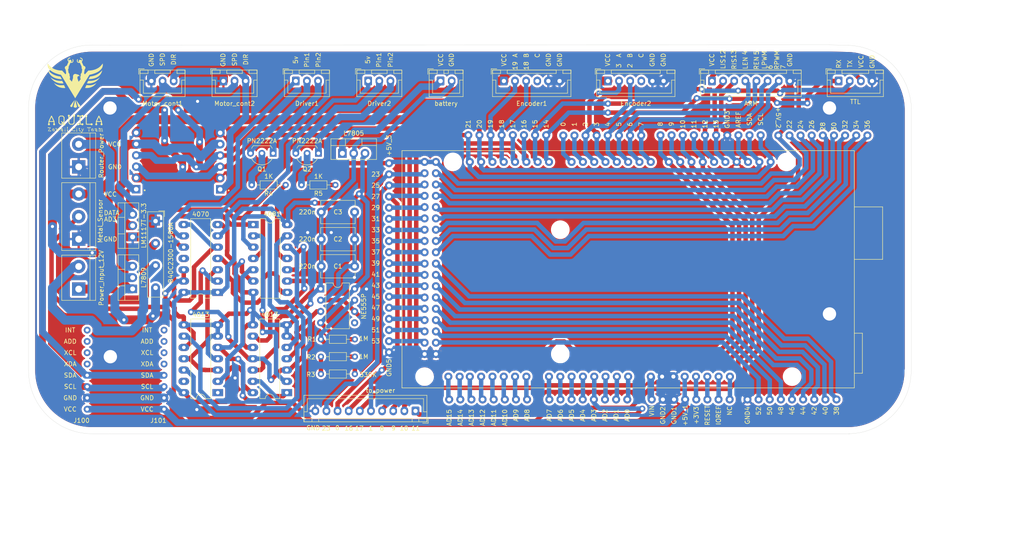
<source format=kicad_pcb>
(kicad_pcb (version 20240108) (generator "pcbnew") (generator_version "8.0")
  (layers (0 "F.Cu" signal) (31 "B.Cu" signal) (34 "B.Paste" user) (35 "F.Paste" user) (36 "B.SilkS" user "B.Silkscreen") (37 "F.SilkS" user "F.Silkscreen") (38 "B.Mask" user) (39 "F.Mask" user) (44 "Edge.Cuts" user))
  (net 0 "")
  (net 1 "Net-(J87-Pin_1)")
  (net 2 "/EN1_Phase_B")
  (net 3 "Net-(J20-Pin_1)")
  (net 4 "GND")
  (net 5 "/27")
  (net 6 "Net-(J28-Pin_1)")
  (net 7 "Net-(J40-Pin_1)")
  (net 8 "/SCL")
  (net 9 "Net-(J83-Pin_1)")
  (net 10 "Net-(J91-Pin_1)")
  (net 11 "Net-(J94-Pin_1)")
  (net 12 "Net-(J42-Pin_1)")
  (net 13 "Net-(J85-Pin_1)")
  (net 14 "Net-(J48-Pin_1)")
  (net 15 "Net-(J86-Pin_1)")
  (net 16 "/Metal_Sens_Data")
  (net 17 "/LPWM")
  (net 18 "/arduino_5V_out")
  (net 19 "Net-(J81-Pin_1)")
  (net 20 "Net-(J12-Pin_1)")
  (net 21 "/LEN")
  (net 22 "Net-(J19-Pin_1)")
  (net 23 "Net-(J11-Pin_1)")
  (net 24 "Net-(J82-Pin_1)")
  (net 25 "/REN")
  (net 26 "Net-(J89-Pin_1)")
  (net 27 "Net-(J30-Pin_1)")
  (net 28 "/SDA")
  (net 29 "Net-(J41-Pin_1)")
  (net 30 "/EN2_Phase_A")
  (net 31 "Net-(J88-Pin_1)")
  (net 32 "Net-(J46-Pin_1)")
  (net 33 "Net-(J33-Pin_1)")
  (net 34 "Net-(J80-Pin_1)")
  (net 35 "Net-(J27-Pin_1)")
  (net 36 "/25")
  (net 37 "/EN2_Phase_B")
  (net 38 "Net-(J25-Pin_1)")
  (net 39 "Net-(J49-Pin_1)")
  (net 40 "Net-(J93-Pin_1)")
  (net 41 "Net-(J23-Pin_1)")
  (net 42 "Net-(J92-Pin_1)")
  (net 43 "Net-(J84-Pin_1)")
  (net 44 "Net-(J44-Pin_1)")
  (net 45 "Net-(J50-Pin_1)")
  (net 46 "Net-(J26-Pin_1)")
  (net 47 "Net-(J90-Pin_1)")
  (net 48 "/EN1_Phase_A")
  (net 49 "Net-(J43-Pin_1)")
  (net 50 "Net-(J31-Pin_1)")
  (net 51 "Net-(J47-Pin_1)")
  (net 52 "Net-(J18-Pin_1)")
  (net 53 "Net-(J29-Pin_1)")
  (net 54 "Net-(J45-Pin_1)")
  (net 55 "Net-(J32-Pin_1)")
  (net 56 "/RPWM")
  (net 57 "Net-(J38-Pin_1)")
  (net 58 "Net-(J39-Pin_1)")
  (net 59 "Net-(J24-Pin_1)")
  (net 60 "/Rect_Out_12v")
  (net 61 "/Input_Ground")
  (net 62 "+12V")
  (net 63 "/DAC2_Out")
  (net 64 "/DAC1_Out")
  (net 65 "/LIS")
  (net 66 "/RIS")
  (net 67 "/Rect_Out_9v")
  (net 68 "/Rect_Out_3.3v")
  (net 69 "/cap")
  (net 70 "/battery_gnd")
  (net 71 "/reg1_out")
  (net 72 "/battery_vcc_9v")
  (net 73 "/res_m")
  (net 74 "Net-(R2-Pad2)")
  (net 75 "/battery_vcc")
  (net 76 "/arduino_3V3_out")
  (net 77 "/clk")
  (net 78 "/clk_inv")
  (net 80 "/reg1_out_inv")
  (net 81 "Net-(U10B-~{Q})")
  (net 83 "Net-(J10-Pin_1)")
  (net 84 "/driver1_5V_out")
  (net 85 "/driver1_ter_2")
  (net 86 "/driver1_ter_1")
  (net 87 "/driver2_5V_out")
  (net 88 "/driver2_ter_1")
  (net 89 "/driver2_ter_2")
  (net 90 "/con_sig1")
  (net 91 "/con_sig2")
  (net 92 "Net-(U5-Pad10)")
  (net 93 "/reg3_out_inv")
  (net 94 "Net-(U11A-D)")
  (net 95 "/reg3_out")
  (net 97 "Net-(Q1-B)")
  (net 98 "Net-(Q2-B)")
  (net 99 "Net-(U10A-~{Q})")
  (net 100 "Net-(U11B-D)")
  (net 102 "Net-(U5-Pad4)")
  (net 103 "Net-(J22-Pin_1)")
  (net 104 "Net-(J54-Pin_1)")
  (net 105 "Net-(J79-Pin_1)")
  (net 106 "Net-(J17-Pin_1)")
  (net 107 "/EN2_Phase_Z")
  (net 108 "/EN1_Phase_Z")
  (net 109 "/16")
  (net 110 "/1")
  (net 111 "/11")
  (net 112 "/9")
  (net 113 "/TTL_TX")
  (net 114 "/0")
  (net 115 "/17")
  (net 116 "/8")
  (net 117 "/TTL_RX")
  (net 118 "/10")
  (net 119 "/23")
  (footprint "MyLibrary:module_mpu6050" (layer "F.Cu") (at 67.945 108.839 180)
    (property "Reference" "J101")
    (property "Value" "MPU1")
  )
  (footprint "Capacitor_THT:C_Disc_D7.5mm_W5.0mm_P7.50mm" (layer "F.Cu") (at 110.744 94.488 180)
    (property "Reference" "C1")
    (property "Value" "220n")
  )
  (footprint "MyLibrary:Pin_Hole_0.9" (layer "F.Cu") (at 164.484143 124.424 90)
    (property "Reference" "J21" (hide yes))
    (property "Value" "AD3")
  )
  (footprint "MyLibrary:Pin_Hole_0.9" (layer "F.Cu") (at 211.484143 124.424)
    (property "Reference" "J90" (hide yes))
    (property "Value" "44")
  )
  (footprint "MyLibrary:Pin_Hole_0.9" (layer "F.Cu") (at 205.914 65.078 180)
    (property "Reference" "J78" (hide yes))
    (property "Value" "+5V_2")
  )
  (footprint "MyLibrary:Pin_Hole_0.9" (layer "F.Cu") (at 166.984143 124.424 90)
    (property "Reference" "J20" (hide yes))
    (property "Value" "AD2")
  )
  (footprint "MyLibrary:Pin_Hole_0.9" (layer "F.Cu") (at 136.278 64.998 90)
    (property "Reference" "J70" (hide yes))
    (property "Value" "21")
  )
  (footprint "MyLibrary:Pin_Hole_0.9" (layer "F.Cu") (at 165.114 65.078 90)
    (property "Reference" "J66" (hide yes))
    (property "Value" "3")
  )
  (footprint "MyLibrary:Pin_Hole_0.9" (layer "F.Cu") (at 206.484143 124.424)
    (property "Reference" "J92" (hide yes))
    (property "Value" "48")
  )
  (footprint "MyLibrary:MODULE_ZC576300" (layer "F.Cu") (at 74.199762 70.838 90)
    (property "Reference" "U6" (hide yes))
    (property "Value" "ZC576300")
  )
  (footprint "MyLibrary:Pin_Hole_0.9" (layer "F.Cu") (at 160.114 65.078 90)
    (property "Reference" "J68" (hide yes))
    (property "Value" "1")
  )
  (footprint "MyLibrary:Pin_Hole_0.9" (layer "F.Cu") (at 167.614 65.078 90)
    (property "Reference" "J65" (hide yes))
    (property "Value" "4")
  )
  (footprint "MyLibrary:Pin_Hole_0.9" (layer "F.Cu") (at 118.477365 113.812 90)
    (property "Reference" "J51" (hide yes))
    (property "Value" "GND5")
  )
  (footprint "MyLibrary:Pin_Hole_0.9" (layer "F.Cu") (at 187.484143 124.424 90)
    (property "Reference" "J13" (hide yes))
    (property "Value" "+3V3")
  )
  (footprint "MyLibrary:Pin_Hole_0.9" (layer "F.Cu") (at 225.914 65.078 180)
    (property "Reference" "J86" (hide yes))
    (property "Value" "36")
  )
  (footprint "MyLibrary:Pin_Hole_0.9" (layer "F.Cu") (at 194.984143 124.424 90)
    (property "Reference" "J10" (hide yes))
    (property "Value" "NC")
  )
  (footprint "Package_TO_SOT_THT:TO-220-3_Vertical" (layer "F.Cu") (at 60.889 99.568 90)
    (property "Reference" "U2" (hide yes))
    (property "Value" "L7809")
  )
  (footprint "MyLibrary:Pin_Hole_0.9" (layer "F.Cu") (at 131.984143 124.424 90)
    (property "Reference" "J33" (hide yes))
    (property "Value" "AD15")
  )
  (footprint "MyLibrary:Pin_Hole_0.9" (layer "F.Cu") (at 118.477365 108.812 90)
    (property "Reference" "J49" (hide yes))
    (property "Value" "51")
  )
  (footprint "MyLibrary:Pin_Hole_0.9" (layer "F.Cu") (at 118.477365 91.312 90)
    (property "Reference" "J42" (hide yes))
    (property "Value" "37")
  )
  (footprint "MyLibrary:Pin_Hole_0.9" (layer "F.Cu") (at 196.944 65.024 90)
    (property "Reference" "J54" (hide yes))
    (property "Value" "AREF")
  )
  (footprint "MyLibrary:Pin_Hole_0.9" (layer "F.Cu") (at 162.614 65.078 90)
    (property "Reference" "J67" (hide yes))
    (property "Value" "2")
  )
  (footprint "MyLibrary:Pin_Hole_0.9" (layer "F.Cu") (at 118.477365 98.812 90)
    (property "Reference" "J45" (hide yes))
    (property "Value" "43")
  )
  (footprint "MyLibrary:Pin_Hole_0.9" (layer "F.Cu") (at 213.414 65.078 180)
    (property "Reference" "J81" (hide yes))
    (property "Value" "26")
  )
  (footprint "MyLibrary:Pin_Hole_0.9" (layer "F.Cu") (at 208.984143 124.424)
    (property "Reference" "J91" (hide yes))
    (property "Value" "46")
  )
  (footprint "MyLibrary:Pin_Hole_0.9" (layer "F.Cu") (at 191.944 65.024 90)
    (property "Reference" "J56" (hide yes))
    (property "Value" "13")
  )
  (footprint "MyLibrary:MODULE_ZC576300" (layer "F.Cu") (at 55.334762 70.813 90)
    (property "Reference" "U8" (hide yes))
    (property "Value" "ZC576300")
  )
  (footprint "Package_DIP:DIP-14_W7.62mm_LongPads" (layer "F.Cu") (at 79.983762 100.348 180)
    (property "Reference" "U5" (hide yes))
    (property "Value" "4070")
  )
  (footprint "MyLibrary:Pin_Hole_0.9" (layer "F.Cu") (at 151.278 64.998 90)
    (property "Reference" "J76" (hide yes))
    (property "Value" "15")
  )
  (footprint "Connector_JST:JST_XH_B6B-XH-A_1x06_P2.50mm_Vertical" (layer "F.Cu") (at 144.272 52.832)
    (property "Reference" "J6" (hide yes))
    (property "Value" "Encoder1")
  )
  (footprint "MyLibrary:Pin_Hole_0.9" (layer "F.Cu") (at 144.484143 124.424 90)
    (property "Reference" "J28" (hide yes))
    (property "Value" "AD10")
  )
  (footprint "MyLibrary:Pin_Hole_0.9" (layer "F.Cu") (at 134.484143 124.424 90)
    (property "Reference" "J32" (hide yes))
    (property "Value" "AD14")
  )
  (footprint "MyLibrary:Pin_Hole_0.9" (layer "F.Cu") (at 208.414 65.078 180)
    (property "Reference" "J79" (hide yes))
    (property "Value" "22")
  )
  (footprint "MyLibrary:Pin_Hole_0.9" (layer "F.Cu") (at 118.477365 106.312 90)
    (property "Reference" "J48" (hide yes))
    (property "Value" "49")
  )
  (footprint "MyLibrary:Pin_Hole_0.9" (layer "F.Cu") (at 118.477365 78.812 90)
    (property "Reference" "J37" (hide yes))
    (property "Value" "27")
  )
  (footprint "MyLibrary:Pin_Hole_0.9" (layer "F.Cu") (at 179.984143 124.424 90)
    (property "Reference" "J16" (hide yes))
    (property "Value" "GND2")
  )
  (footprint "MyLibrary:Pin_Hole_0.9" (layer "F.Cu") (at 218.414 65.078 180)
    (property "Reference" "J83" (hide yes))
    (property "Value" "30")
  )
  (footprint "MyLibrary:Pin_Hole_0.9" (layer "F.Cu") (at 141.984143 124.424 90)
    (property "Reference" "J29" (hide yes))
    (property "Value" "AD11")
  )
  (footprint "MyLibrary:Pin_Hole_0.9" (layer "F.Cu") (at 143.778 64.998 90)
    (property "Reference" "J73" (hide yes))
    (property "Value" "18")
  )
  (footprint "MyLibrary:Pin_Hole_0.9" (layer "F.Cu") (at 181.944 65.024 90)
    (property "Reference" "J60" (hide yes))
    (property "Value" "9")
  )
  (footprint "MyLibrary:Pin_Hole_0.9" (layer "F.Cu") (at 215.914 65.078 180)
    (property "Reference" "J82" (hide yes))
    (property "Value" "28")
  )
  (footprint "MyLibrary:Pin_Hole_0.9" (layer "F.Cu") (at 118.477365 86.312 90)
    (property "Reference" "J40" (hide yes))
    (property "Value" "33")
  )
  (footprint "MyLibrary:Pin_Hole_0.9" (layer "F.Cu") (at 146.984143 124.424 90)
    (property "Reference" "J27" (hide yes))
    (property "Value" "AD9")
  )
  (footprint "Connector_JST:JST_XH_B3B-XH-A_1x03_P2.50mm_Vertical" (layer "F.Cu") (at 97.536 52.832)
    (property "Reference" "J3" (hide yes))
    (property "Value" "Driver1")
  )
  (footprint "Resistor_THT:R_Axial_DIN0204_L3.6mm_D1.6mm_P7.62mm_Horizontal" (layer "F.Cu") (at 103.18 118.7)
    (property "Reference" "R3")
    (property "Value" "330K" (hide yes))
  )
  (footprint "MyLibrary:Pin_Hole_0.9" (layer "F.Cu") (at 139.484143 124.424 90)
    (property "Reference" "J30" (hide yes))
    (property "Value" "AD12")
  )
  (footprint "MyLibrary:Pin_Hole_0.9" (layer "F.Cu") (at 118.477365 76.312 90)
    (property "Reference" "J36" (hide yes))
    (property "Value" "25")
  )
  (footprint "MyLibrary:Pin_Hole_0.9" (layer "F.Cu") (at 223.414 65.078 180)
    (property "Reference" "J85" (hide yes))
    (property "Value" "34")
  )
  (footprint "MyLibrary:Pin_Hole_0.9" (layer "F.Cu") (at 210.914 65.078 180)
    (property "Reference" "J80" (hide yes))
    (property "Value" "24")
  )
  (footprint "MyLibrary:Pin_Hole_0.9" (layer "F.Cu") (at 169.484143 124.424 90)
    (property "Reference" "J19" (hide yes))
    (property "Value" "AD1")
  )
  (footprint "MyLibrary:Pin_Hole_0.9" (layer "F.Cu") (at 170.114 65.078 90)
    (property "Reference" "J64" (hide yes))
    (property "Value" "5")
  )
  (footprint "MyLibrary:Pin_Hole_0.9" (layer "F.Cu") (at 189.444 65.024 90)
    (property "Reference" "J57" (hide yes))
    (property "Value" "12")
  )
  (footprint "MyLibrary:Pin_Hole_0.9" (layer "F.Cu") (at 175.114 65.078 90)
    (property "Reference" "J62" (hide yes))
    (property "Value" "7")
  )
  (footprint "MyLibrary:Pin_Hole_0.9" (layer "F.Cu") (at 201.484143 124.424)
    (property "Reference" "J94" (hide yes))
    (property "Value" "52")
  )
  (footprint "MyLibrary:Pin_Hole_0.9" (layer "F.Cu") (at 118.477365 88.812 90)
    (property "Reference" "J41" (hide yes))
    (property "Value" "35")
  )
  (footprint "MyLibrary:Pin_Hole_0.9" (layer "F.Cu") (at 118.477365 71.312 90)
    (property "Reference" "J34" (hide yes))
    (property "Value" "+5V_3")
  )
  (footprint "MyLibrary:Pin_Hole_0.9" (layer "F.Cu") (at 203.984143 124.424)
    (property "Reference" "J93" (hide yes))
    (property "Value" "50")
  )
  (footprint "Resistor_THT:R_Axial_DIN0204_L3.6mm_D1.6mm_P7.62mm_Horizontal" (layer "F.Cu") (at 95.25 76.2 180)
    (property "Reference" "R4")
    (property "Value" "1K")
  )
  (footprint "MyLibrary:TerminalBlock_bornier-3_P5.08mm" (layer "F.Cu") (at 48.768 88.392 90)
    (property "Reference" "J8" (hide yes))
    (property "Value" "Metal_Sensor")
  )
  (footprint "Connector_JST:JST_XH_B2B-XH-A_1x02_P2.50mm_Vertical" (layer "F.Cu") (at 130.048 52.832)
    (property "Reference" "J96" (hide yes))
    (property "Value" "battery")
  )
  (footprint "MyLibrary:Pin_Hole_0.9" (layer "F.Cu") (at 136.984143 124.424 90)
    (property "Reference" "J31" (hide yes))
    (property "Value" "AD13")
  )
  (footprint "Connector_JST:JST_XH_B10B-XH-A_1x10_P2.50mm_Vertical" (layer "F.Cu") (at 124.42 127 180)
    (property "Reference" "J98" (hide yes))
    (property "Value" "to_power")
  )
  (footprint "MyLibrary:TerminalBlock_bornier-2_P5.08mm" (layer "F.Cu") (at 48.768 99.61 90)
    (property "Reference" "J9" (hide yes))
    (property "Value" "Power_Input_12V")
  )
  (footprint "MyLibrary:module_mpu6050" (layer "F.Cu") (at 50.673 108.839 180)
    (property "Reference" "J100")
    (property "Value" "MPU1")
  )
  (footprint "Connector_JST:JST_XH_B4B-XH-A_1x04_P2.50mm_Vertical" (layer "F.Cu") (at 219.456 52.832)
    (property "Reference" "TTL")
    (property "Value" "TTL")
  )
  (footprint "Package_DIP:DIP-14_W7.62mm_LongPads" (layer "F.Cu") (at 95.504 122.893 180)
    (property "Reference" "U11" (hide yes))
    (property "Value" "4013")
  )
  (footprint "MyLibrary:Pin_Hole_0.9" (layer "F.Cu") (at 118.477365 96.312 90)
    (property "Reference" "J44" (hide yes))
    (property "Value" "41")
  )
  (footprint "MyLibrary:Pin_Hole_0.9" (layer "F.Cu") (at 146.278 64.998 90)
    (property "Reference" "J74" (hide yes))
    (property "Value" "17")
  )
  (footprint "Connector_JST:JST_XH_B8B-XH-A_1x08_P2.50mm_Vertical" (layer "F.Cu") (at 191.008 52.832)
    (property "Reference" "J4" (hide yes))
    (property "Value" "ARM")
  )
  (footprint "MyLibrary:Pin_Hole_0.9" (layer "F.Cu") (at 118.477365 83.812 90)
    (property "Reference" "J39" (hide yes))
    (property "Value" "31")
  )
  (footprint "MyLibrary:Pin_Hole_0.9" (layer "F.Cu") (at 118.477365 101.312 90)
    (property "Reference" "J46" (hide yes))
    (property "Value" "45")
  )
  (footprint "MyLibrary:Pin_Hole_0.9" (layer "F.Cu") (at 141.278 64.998 90)
    (property "Reference" "J72" (hide yes))
    (property "Value" "19")
  )
  (footprint "MyLibrary:Pin_Hole_0.9" (layer "F.Cu") (at 118.477365 93.812 90)
    (property "Reference" "J43" (hide yes))
    (property "Value" "39")
  )
  (footprint "MyLibrary:Pin_Hole_0.9" (layer "F.Cu") (at 138.778 64.998 90)
    (property "Reference" "J71" (hide yes))
    (property "Value" "20")
  )
  (footprint "Package_TO_SOT_THT:TO-92L_Inline_Wide" (layer "F.Cu") (at 92.456 69.088 180)
    (property "Reference" "Q1")
    (property "Value" "PN2222A")
  )
  (footprint "MyLibrary:Pin_Hole_0.9" (layer "F.Cu") (at 157.614 65.078 90)
    (property "Reference" "J69" (hide yes))
    (property "Value" "0")
  )
  (footprint "Package_DIP:DIP-8_W7.62mm" (layer "F.Cu") (at 103.124 99.568)
    (property "Reference" "U9" (hide yes))
    (property "Value" "NE555P")
  )
  (footprint "MyLibrary:Pin_Hole_0.9" (layer "F.Cu") (at 216.484143 124.424)
    (property "Reference" "J88" (hide yes))
    (property "Value" "40")
  )
  (footprint "MyLibrary:Pin_Hole_0.9" (layer "F.Cu") (at 172.614 65.078 90)
    (property "Reference" "J63" (hide yes))
    (property "Value" "6")
  )
  (footprint "MyLibrary:TerminalBlock_bornier-2_P5.08mm" (layer "F.Cu") (at 48.768 72.136 90)
    (property "Reference" "J7" (hide yes))
    (property "Value" "Router_Power")
  )
  (footprint "Connector_JST:JST_XH_B3B-XH-A_1x03_P2.50mm_Vertical" (layer "F.Cu") (at 81.28 52.832)
    (property "Reference" "J1" (hide yes))
    (property "Value" "Motor_cont2")
  )
  (footprint "MyLibrary:Pin_Hole_0.9" (layer "F.Cu") (at 159.484143 124.424 90)
    (property "Reference" "J23" (hide yes))
    (property "Value" "AD5")
  )
  (footprint "LOGO" (layer "F.Cu") (at 48 56)
    (property "Reference" "G***" (hide yes))
    (property "Value" "LOGO" (hide yes))
  )
  (footprint "MyLibrary:Pin_Hole_0.9" (layer "F.Cu") (at 156.984143 124.424 90)
    (property "Reference" "J24" (hide yes))
    (property "Value" "AD6")
  )
  (footprint "MyLibrary:Pin_Hole_0.9" (layer "F.Cu") (at 161.984143 124.424 90)
    (property "Reference" "J22" (hide yes))
    (property "Value" "AD4")
  )
  (footprint "Connector_JST:JST_XH_B3B-XH-A_1x03_P2.50mm_Vertical" (layer "F.Cu") (at 65.104 52.832)
    (property "Reference" "J2" (hide yes))
    (property "Value" "Motor_cont1")
  )
  (footprint "MyLibrary:Pin_Hole_0.9" (layer "F.Cu") (at 201.944 65.024 90)
    (property "Reference" "J52" (hide yes))
    (property "Value" "SCL")
  )
  (footprint "MyLibrary:Pin_Hole_0.9" (layer "F.Cu") (at 149.484143 124.424 90)
    (property "Reference" "J26" (hide yes))
    (property "Value" "AD8")
  )
  (footprint "MyLibrary:Pin_Hole_0.9" (layer "F.Cu") (at 199.444 65.024 90)
    (property "Reference" "J53" (hide yes))
    (property "Value" "SDA")
  )
  (footprint "Resistor_THT:R_Axial_DIN0204_L3.6mm_D1.6mm_P7.62mm_Horizontal" (layer "F.Cu") (at 110.8 110.9 180)
    (property "Reference" "R1")
    (property "Value" "1M")
  )
  (footprint "MyLibrary:Pin_Hole_0.9" (layer "F.Cu") (at 189.984143 124.424 90)
    (property "Reference" "J12" (hide yes))
    (property "Value" "RESET")
  )
  (footprint "Package_TO_SOT_THT:TO-220-3_Vertical" (layer "F.Cu") (at 108 69.1)
    (property "Reference" "U1" (hide yes))
    (property "Value" "L7805")
  )
  (footprint "MyLibrary:Pin_Hole_0.9" (layer "F.Cu") (at 118.477365 73.812 90)
    (property "Reference" "J35" (hide yes))
    (property "Value" "23")
  )
  (footprint "MyLibrary:Arduino_Mega" (layer "F.Cu") (at 175.984143 92.812 90)
    (property "Reference" "A1" (hide yes))
    (property "Value" "A000067" (hide yes))
  )
  (footprint "MyLibrary:Pin_Hole_0.9" (layer "F.Cu") (at 171.984143 124.424 90)
    (property "Reference" "J18" (hide yes))
    (property "Value" "AD0")
  )
  (footprint "MyLibrary:Pin_Hole_0.9" (layer "F.Cu") (at 220.914 65.078 180)
    (property "Reference" "J84" (hide yes))
    (property "Value" "32")
  )
  (footprint "MyLibrary:Pin_Hole_0.9" (layer "F.Cu") (at 218.984143 124.424)
    (property "Reference" "J87" (hide yes))
    (property "Value" "38")
  )
  (footprint "MyLibrary:Pin_Hole_0.9" (layer "F.Cu") (at 177.484143 124.424 90)
    (property "Reference" "J17" (hide yes))
    (property "Value" "VIN")
  )
  (footprint "MyLibrary:Pin_Hole_0.9" (layer "F.Cu") (at 118.477365 103.812 90)
    (property "Reference" "J47" (hide yes))
    (property "Value" "47")
  )
  (footprint "MyLibrary:Pin_Hole_0.9" (layer "F.Cu") (at 154.484143 124.424 90)
    (property "Reference" "J25" (hide yes))
    (property "Value" "AD7")
  )
  (footprint "Package_TO_SOT_THT:TO-220-3_Vertical" (layer "F.Cu") (at 60.889 87.884 90)
    (property "Reference" "U4" (hide yes))
    (property "Value" "LM1117T-3.3")
  )
  (footprint "MyLibrary:Pin_Hole_0.9" (layer "F.Cu") (at 213.984143 124.424)
    (property "Reference" "J89" (hide yes))
    (property "Value" "42")
  )
  (footprint "Package_DIP:DIP-14_W7.62mm_LongPads" (layer "F.Cu") (at 80.004 122.893 180)
    (property "Reference" "U10" (hide yes))
    (property "Value" "4013")
  )
  (footprint "MyLibrary:Pin_Hole_0.9" (layer "F.Cu") (at 179.444 65.024 90)
    (property "Reference" "J61" (hide yes))
    (property "Value" "8")
  )
  (footprint "Package_TO_SOT_THT:TO-92L_Inline_Wide" (layer "F.Cu") (at 102.616 69.088 180)
    (property "Reference" "Q2")
    (property "Value" "PN2222A")
  )
  (footprint "MyLibrary:Pin_Hole_0.9" (layer "F.Cu") (at 153.778 64.998 90)
    (property "Reference" "J77" (hide yes))
    (property "Value" "14")
  )
  (footprint "Resistor_THT:R_Axial_DIN0204_L3.6mm_D1.6mm_P7.62mm_Horizontal" (layer "F.Cu") (at 106.426 76.2 180)
    (property "Reference" "R5")
    (property "Value" "1K")
  )
  (footprint "Capacitor_THT:C_Disc_D7.5mm_W5.0mm_P7.50mm" (layer "F.Cu") (at 110.744 88.392 180)
    (property "Reference" "C2")
    (property "Value" "220n")
  )
  (footprint "MyLibrary:Pin_Hole_0.9" (layer "F.Cu") (at 118.477365 111.312 90)
    (property "Reference" "J50" (hide yes))
    (property "Value" "53")
  )
  (footprint "MyLibrary:Pin_Hole_0.9" (layer "F.Cu") (at 186.944 65.024 90)
    (property "Reference" "J58" (hide yes))
    (property "Value" "11")
  )
  (footprint "MyLibrary:Pin_Hole_0.9" (layer "F.Cu") (at 184.984143 124.424 90)
    (property "Reference" "J14" (hide yes))
    (property "Value" "+5V_1")
  )
  (footprint "Connector_JST:JST_XH_B6B-XH-A_1x06_P2.50mm_Vertical" (layer "F.Cu") (at 167.64 52.832)
    (property "Reference" "J5" (hide yes))
    (property "Value" "Encoder2")
  )
  (footprint "Resistor_THT:R_Axial_DIN0204_L3.6mm_D1.6mm_P7.62mm_Horizontal" (layer "F.Cu") (at 110.8 114.8 180)
    (property "Reference" "R2")
    (property "Value" "1M" (hide yes))
  )
  (footprint "MyLibrary:Pin_Hole_0.9" (layer "F.Cu") (at 192.484143 124.424 90)
    (property "Reference" "J11" (hide yes))
    (property "Value" "IOREF")
  )
  (footprint "MyLibrary:Pin_Hole_0.9" (layer "F.Cu") (at 148.778 64.998 90)
    (property "Reference" "J75" (hide yes))
    (property "Value" "16")
  )
  (footprint "MyLibrary:Pin_Hole_0.9" (layer "F.Cu") (at 182.484143 124.424 90)
    (property "Reference" "J15" (hide yes))
    (property "Value" "GND1")
  )
  (footprint "MyLibrary:Pin_Hole_0.9" (layer "F.Cu") (at 184.444 65.024 90)
    (property "Reference" "J59" (hide yes))
    (property "Value" "10")
  )
  (footprint "Package_DIP:DIP-14_W7.62mm_LongPads" (layer "F.Cu") (at 87.983762 85.108)
    (property "Reference" "U7" (hide yes))
    (property "Value" "4081")
  )
  (footprint "MyLibrary:Pin_Hole_0.9" (layer "F.Cu") (at 118.477365 81.312 90)
    (property "Reference" "J38" (hide yes))
    (property "Value" "29")
  )
  (footprint "MyLibrary:Pin_Hole_0.9" (layer "F.Cu") (at 198.984143 124.424)
    (property "Reference" "J95" (hide yes))
    (property "Value" "GND4")
  )
  (footprint "Connector_JST:JST_XH_B3B-XH-A_1x03_P2.50mm_Vertical" (layer "F.Cu") (at 113.792 52.832)
    (property "Reference" "J97" (hide yes))
    (property "Value" "Driver2")
  )
  (footprint "Diode_THT:Diode_Bridge_19.0x3.5x10.0mm_P5.0mm" (layer "F.Cu") (at 66.04 84.328 -90)
    (property "Reference" "D1" (hide yes))
    (property "Value" "B40C2300-1500A")
  )
  (footprint "Capacitor_THT:C_Disc_D7.5mm_W5.0mm_P7.50mm" (layer "F.Cu") (at 110.744 82.296 180)
    (property "Reference" "C3")
    (property "Value" "220n")
  )
  (footprint "MyLibrary:Pin_Hole_0.9" (layer "F.Cu") (at 194.444 65.024 90)
    (property "Reference" "J55" (hide yes))
    (property "Value" "GND3")
  )
  (gr_line (start 51.7309 132.12808) (end 55.88 132.12808) (stroke (width 0.05)) (layer "Edge.Cuts"))
  (gr_arc (start 235.751573 117.958113) (mid 231.602875 127.975595) (end 221.586362 132.12663) (stroke (width 0.05)) (layer "Edge.Cuts"))
  (gr_arc (start 37.499843 58.928) (mid 41.668825 48.887155) (end 51.723681 44.752081) (stroke (width 0.05)) (layer "Edge.Cuts"))
  (gr_line (start 37.499844 117.856) (end 37.499843 58.928) (stroke (width 0.05)) (layer "Edge.Cuts"))
  (gr_line (start 51.730738 44.752081) (end 55.879838 44.752081) (stroke (width 0.05)) (layer "Edge.Cuts"))
  (gr_line (start 55.872781 44.752081) (end 217.416943 44.70776) (stroke (width 0.05)) (layer "Edge.Cuts"))
  (gr_arc (start 221.583056 44.809873) (mid 231.512313 49.10093) (end 235.8033 59.030227) (stroke (width 0.05)) (layer "Edge.Cuts"))
  (gr_arc (start 51.723843 132.12808) (mid 41.648943 127.944959) (end 37.499844 117.856) (stroke (width 0.05)) (layer "Edge.Cuts"))
  (gr_line (start 221.583056 44.809873) (end 217.416943 44.70776) (stroke (width 0.05)) (layer "Edge.Cuts"))
  (gr_line (start 235.8033 59.030227) (end 235.807056 117.958113) (stroke (width 0.05)) (layer "Edge.Cuts"))
  (gr_line (start 222 132.12808) (end 55.872943 132.12808) (stroke (width 0.05)) (layer "Edge.Cuts"))
  (gr_text "GND" (at 65.1 48.1 90) (layer "F.SilkS") (effects (font (size 1 1))))
  (gr_text "C" (at 175.1 47.1 90) (layer "F.SilkS") (effects (font (size 1 1))))
  (gr_text "16" (at 108.4 131.5 0) (layer "F.SilkS") (effects (font (size 1 1)) (justify left bottom)))
  (gr_text "GND" (at 55.88 88.392 0) (layer "F.SilkS") (effects (font (size 1 1))))
  (gr_text "6" (at 204.1 49.7 90) (layer "F.SilkS") (effects (font (size 1 1))))
  (gr_text "5" (at 201 46.5 90) (layer "F.SilkS") (effects (font (size 1 1))))
  (gr_text "1M" (at 112.776 114.808 0) (layer "F.SilkS") (effects (font (size 1 1))))
  (gr_text "23" (at 103.3 131.5 0) (layer "F.SilkS") (effects (font (size 1 1)) (justify left bottom)))
  (gr_text "9" (at 118.9 131.5 0) (layer "F.SilkS") (effects (font (size 1 1)) (justify left bottom)))
  (gr_text "7" (at 207 49.7 90) (layer "F.SilkS") (effects (font (size 1 1))))
  (gr_text "Pin2" (at 102.6 48.1 90) (layer "F.SilkS") (effects (font (size 1 1))))
  (gr_text "3" (at 170.1 49.4 90) (layer "F.SilkS") (effects (font (size 1 1))))
  (gr_text "4" (at 198.4 46.5 90) (layer "F.SilkS") (effects (font (size 1 1))))
  (gr_text "DIR" (at 70.1 48 90) (layer "F.SilkS") (effects (font (size 1 1))))
  (gr_text "C" (at 151.8 47.1 90) (layer "F.SilkS") (effects (font (size 1 1))))
  (gr_text "VCC" (at 144.3 48.1 90) (layer "F.SilkS") (effects (font (size 1 1))))
  (gr_text "LIS" (at 193.5 49 90) (layer "F.SilkS") (effects (font (size 1 1))))
  (gr_text "GND" (at 56.896 72.136 0) (layer "F.SilkS") (effects (font (size 1 1))))
  (gr_text "8" (at 116.3 131.5 0) (layer "F.SilkS") (effects (font (size 1 1)) (justify left bottom)))
  (gr_text "REN" (at 201 48.8 90) (layer "F.SilkS") (effects (font (size 1 1))))
  (gr_text "1" (at 113.8 131.5 0) (layer "F.SilkS") (effects (font (size 1 1)) (justify left bottom)))
  (gr_text "2" (at 172.6 49.4 90) (layer "F.SilkS") (effects (font (size 1 1))))
  (gr_text "GND" (at 227 48.5 90) (layer "F.SilkS") (effects (font (size 1 1))))
  (gr_text "GND" (at 180.1 48.1 90) (layer "F.SilkS") (effects (font (size 1 1))))
  (gr_text "17" (at 110.744 131.5 0) (layer "F.SilkS") (effects (font (size 1 1)) (justify left bottom)))
  (gr_text "VCC" (at 167.6 48.1 90) (layer "F.SilkS") (effects (font (size 1 1))))
  (gr_text "RIS" (at 196 49 90) (layer "F.SilkS") (effects (font (size 1 1))))
  (gr_text "LEN" (at 198.5 48.8 90) (layer "F.SilkS") (effects (font (size 1 1))))
  (gr_text "GND" (at 81.2 48.1 90) (layer "F.SilkS") (effects (font (size 1 1))))
  (gr_text "Pin2" (at 118.8 48.1 90) (layer "F.SilkS") (effects (font (size 1 1))))
  (gr_text "0" (at 106.3 131.4 0) (layer "F.SilkS") (effects (font (size 1 1)) (justify left bottom)))
  (gr_text "13" (at 195.9 46.8 90) (layer "F.SilkS") (effects (font (size 1 1))))
  (gr_text "11" (at 123.4 131.5 0) (layer "F.SilkS") (effects (font (size 1 1)) (justify left bottom)))
  (gr_text "GND" (at 154.3 48.1 90) (layer "F.SilkS") (effects (font (size 1 1))))
  (gr_text "Pin1\n" (at 116.2 48.1 90) (layer "F.SilkS") (effects (font (size 1 1))))
  (gr_text "RPWM" (at 205.6 48.1 90) (layer "F.SilkS") (effects (font (size 1 1))))
  (gr_text "GND" (at 177.6 48.1 90) (layer "F.SilkS") (effects (font (size 1 1))))
  (gr_text "VCC" (at 191 48.1 90) (layer "F.SilkS") (effects (font (size 1 1))))
  (gr_text "10" (at 120.8 131.5 0) (layer "F.SilkS") (effects (font (size 1 1)) (justify left bottom)))
  (gr_text "VCC" (at 55.88 78.3 0) (layer "F.SilkS") (effects (font (size 1 1))))
  (gr_text "SPD" (at 67.6 48 90) (layer "F.SilkS") (effects (font (size 1 1))))
  (gr_text "12" (at 193.5 46.8 90) (layer "F.SilkS") (effects (font (size 1 1))))
  (gr_text "DATA" (at 56.17 82.49 0) (layer "F.SilkS") (effects (font (size 1 1))))
  (gr_text "GND" (at 156.8 48.1 90) (layer "F.SilkS") (effects (font (size 1 1))))
  (gr_text "5v\n" (at 97.5 48.1 90) (layer "F.SilkS") (effects (font (size 1 1))))
  (gr_text "SPD" (at 83.8 48 90) (layer "F.SilkS") (effects (font (size 1 1))))
  (gr_text "VCC" (at 56.896 67.056 0) (layer "F.SilkS") (effects (font (size 1 1))))
  (gr_text "TX" (at 222 49 90) (layer "F.SilkS") (effects (font (size 1 1))))
  (gr_text "RX" (at 219.5 49 90) (layer "F.SilkS") (effects (font (size 1 1))))
  (gr_text "GND" (at 208.5 48.1 90) (layer "F.SilkS") (effects (font (size 1 1))))
  (gr_text "LPWM" (at 202.8 48.1 90) (layer "F.SilkS") (effects (font (size 1 1))))
  (gr_text "VCC" (at 130.1 48.1 90) (layer "F.SilkS") (effects (font (size 1 1))))
  (gr_text "DIR" (at 86.3 48 90) (layer "F.SilkS") (effects (font (size 1 1))))
  (gr_text "B" (at 149.3 47.1 90) (layer "F.SilkS") (effects (font (size 1 1))))
  (gr_text "A" (at 146.8 47.1 90) (layer "F.SilkS") (effects (font (size 1 1))))
  (gr_text "B" (at 172.6 47.1 90) (layer "F.SilkS") (effects (font (size 1 1))))
  (gr_text "AD3" (at 55.89 83.92 0) (layer "F.SilkS") (effects (font (size 1 1))))
  (gr_text "19" (at 146.8 49.4 90) (layer "F.SilkS") (effects (font (size 1 1))))
  (gr_text "GND" (at 99.8 131.4 0) (layer "F.SilkS") (effects (font (size 1 1)) (justify left bottom)))
  (gr_text "GND" (at 132.5 48.1 90) (layer "F.SilkS") (effects (font (size 1 1))))
  (gr_text "A" (at 170.1 47.1 90) (layer "F.SilkS") (effects (font (size 1 1))))
  (gr_text "Pin1\n" (at 100 48.1 90) (layer "F.SilkS") (effects (font (size 1 1))))
  (gr_text "18" (at 149.3 49.4 90) (layer "F.SilkS") (effects (font (size 1 1))))
  (gr_text "330K" (at 113.792 118.872 0) (layer "F.SilkS") (effects (font (size 1 1))))
  (gr_text "5v\n" (at 113.7 48.1 90) (layer "F.SilkS") (effects (font (size 1 1))))
  (gr_text "VCC" (at 224.5 48.5 90) (layer "F.SilkS") (effects (font (size 1 1))))
  (segment (start 217.754143 123.035278) (end 218.984143 124.265278) (width 1) (layer "B.Cu") (net 1))
  (segment (start 197.742207 101.247) (end 207.262207 110.767) (width 1) (layer "B.Cu") (net 1))
  (segment (start 207.262207 110.767) (end 212.543242 110.767) (width 1) (layer "B.Cu") (net 1))
  (segment (start 136.494365 101.247) (end 197.742207 101.247) (width 1) (layer "B.Cu") (net 1))
  (segment (start 217.754143 115.977901) (end 217.754143 123.035278) (width 1) (layer "B.Cu") (net 1))
  (segment (start 218.984143 124.265278) (end 218.984143 124.424) (width 1) (layer "B.Cu") (net 1))
  (segment (start 212.543242 110.767) (end 217.754143 115.977901) (width 1) (layer "B.Cu") (net 1))
  (segment (start 129.004143 93.887) (end 129.134365 93.887) (width 1) (layer "B.Cu") (net 1))
  (segment (start 129.134365 93.887) (end 136.494365 101.247) (width 1) (layer "B.Cu") (net 1))
  (segment (start 149.272 52.832) (end 149.272 57.992) (width 1) (layer "B.Cu") (net 2))
  (segment (start 143.778 70.560857) (end 144.244143 71.027) (width 1) (layer "B.Cu") (net 2))
  (segment (start 144.244143 70.908278) (end 144.244143 71.027) (width 1) (layer "B.Cu") (net 2))
  (segment (start 143.778 63.486) (end 143.778 64.998) (width 1) (layer "B.Cu") (net 2))
  (segment (start 143.778 64.998) (end 143.778 70.560857) (width 1) (layer "B.Cu") (net 2))
  (segment (start 149.272 57.992) (end 143.778 63.486) (width 1) (layer "B.Cu") (net 2))
  (segment (start 167.104143 124.304) (end 166.984143 124.424) (width 1) (layer "B.Cu") (net 3))
  (segment (start 167.104143 119.287) (end 167.104143 124.304) (width 1) (layer "B.Cu") (net 3))
  (segment (start 79.220685 64.488) (end 78.129962 65.578723) (width 2) (layer "F.Cu") (net 4))
  (segment (start 75.3 126.7) (end 83.2 126.7) (width 1) (layer "F.Cu") (net 4))
  (segment (start 113.4 99.6) (end 113.3 99.6) (width 1) (layer "F.Cu") (net 4))
  (segment (start 81.28 52.832) (end 80.048 52.832) (width 2) (layer "F.Cu") (net 4))
  (segment (start 52.832 88.392) (end 53.34 87.884) (width 2) (layer "F.Cu") (net 4))
  (segment (start 66.04 84.328) (end 65.024 83.312) (width 2) (layer "F.Cu") (net 4))
  (segment (start 83.9 126) (end 83.9 119.6) (width 1) (layer "F.Cu") (net 4))
  (segment (start 61.684762 64.463) (end 62.129762 64.018) (width 2) (layer "F.Cu") (net 4))
  (segment (start 61.684762 74.623) (end 79.105 74.623) (width 2) (layer "F.Cu") (net 4))
  (segment (start 79.841 50.377) (end 66.638882 50.377) (width 2) (layer "F.Cu") (net 4))
  (segment (start 205.742688 62.644) (end 195.551208 62.644) (width 1.5) (layer "F.Cu") (net 4))
  (segment (start 79.13 74.648) (end 80.549762 74.648) (width 2) (layer "F.Cu") (net 4))
  (segment (start 48.768 88.392) (end 52.832 88.392) (width 2) (layer "F.Cu") (net 4))
  (segment (start 104.412 86.412) (end 100.688 86.412) (width 1) (layer "F.Cu") (net 4))
  (segment (start 195.551208 62.644) (end 194.444 63.751208) (width 1.5) (layer "F.Cu") (net 4))
  (segment (start 113.3 99.6) (end 110.7 97) (width 1) (layer "F.Cu") (net 4))
  (segment (start 65.024 83.312) (end 65.024 75.662638) (width 2) (layer "F.Cu") (net 4))
  (segment (start 66.638882 50.377) (end 65.104 51.911882) (width 2) (layer "F.Cu") (net 4))
  (segment (start 110.7 97) (end 110.3 97) (width 1) (layer "F.Cu") (net 4))
  (segment (start 80.549762 64.488) (end 79.220685 64.488) (width 2) (layer "F.Cu") (net 4))
  (segment (start 65.104 51.911882) (end 65.104 52.832) (width 2) (layer "F.Cu") (net 4))
  (segment (start 105.5 92.2) (end 105.5 86.9) (width 1) (layer "F.Cu") (net 4))
  (segment (start 104.9 86.9) (end 104.412 86.412) (width 1) (layer "F.Cu") (net 4))
  (segment (start 208.508 59.878688) (end 205.742688 62.644) (width 1.5) (layer "F.Cu") (net 4))
  (segment (start 81.28 51.816) (end 79.841 50.377) (width 2) (layer "F.Cu") (net 4))
  (segment (start 60.889 87.884) (end 62.484 87.884) (width 2) (layer "F.Cu") (net 4))
  (segment (start 105.5 86.9) (end 104.9 86.9) (width 1) (layer "F.Cu") (net 4))
  (segment (start 61.684762 64.463) (end 63.013839 64.463) (width 2) (layer "F.Cu") (net 4))
  (segment (start 62.129762 64.018) (end 79.979562 64.018) (width 2) (layer "F.Cu") (net 4))
  (segment (start 81.28 52.832) (end 81.28 51.816) (width 2) (layer "F.Cu") (net 4))
  (segment (start 110.3 97) (end 105.5 92.2) (width 1) (layer "F.Cu") (net 4))
  (segment (start 65.024 75.662638) (end 63.984362 74.623) (width 2) (layer "F.Cu") (net 4))
  (segment (start 194.444 63.751208) (end 194.444 65.024) (width 1.5) (layer "F.Cu") (net 4))
  (segment (start 78.129962 73.647962) (end 79.13 74.648) (width 2) (layer "F.Cu") (net 4))
  (segment (start 80.048 52.832) (end 75.47 57.41) (width 2) (layer "F.Cu") (net 4))
  (segment (start 100.688 86.412) (end 100.2 86.9) (width 1) (layer "F.Cu") (net 4))
  (segment (start 62.484 87.884) (end 66.04 84.328) (width 2) (layer "F.Cu") (net 4))
  (segment (start 79.979562 64.018) (end 80.549762 64.5882) (width 2) (layer "F.Cu") (net 4))
  (segment (start 79.105 74.623) (end 79.13 74.648) (width 2) (layer "F.Cu") (net 4))
  (segment (start 60.889 87.884) (end 53.34 87.884) (width 2) (layer "F.Cu") (net 4))
  (segment (start 78.129962 65.578723) (end 78.129962 73.647962) (width 2) (layer "F.Cu") (net 4))
  (segment (start 208.508 52.832) (end 208.508 59.878688) (width 1.5) (layer "F.Cu") (net 4))
  (segment (start 63.984362 74.623) (end 61.684762 74.623) (width 2) (layer "F.Cu") (net 4))
  (segment (start 63.013839 64.463) (end 64.164762 65.613923) (width 2) (layer "F.Cu") (net 4))
  (segment (start 64.164762 73.038238) (end 62.58 74.623) (width 2) (layer "F.Cu") (net 4))
  (segment (start 83.2 126.7) (end 83.9 126) (width 1) (layer "F.Cu") (net 4))
  (segment (start 62.58 74.623) (end 61.684762 74.623) (width 2) (layer "F.Cu") (net 4))
  (segment (start 64.164762 65.613923) (end 64.164762 73.038238) (width 2) (layer "F.Cu") (net 4))
  (via (at 113.4 99.6) (size 1.4) (drill 0.7) (layers "F.Cu" "B.Cu") (net 4))
  (via (at 100.2 86.9) (size 1.4) (drill 0.7) (layers "F.Cu" "B.Cu") (net 4))
  (via (at 217.4 105.2) (size 5) (drill 3) (layers "F.Cu" "B.Cu") (net 4))
  (via (at 105.5 86.9) (size 1.4) (drill 0.7) (layers "F.Cu" "B.Cu") (net 4))
  (via (at 75.3 126.7) (size 1.4) (drill 0.7) (layers "F.Cu" "B.Cu") (net 4))
  (via (at 55.8 58.9) (size 5) (drill 3) (layers "F.Cu" "B.Cu") (net 4))
  (via (at 83.9 119.6) (size 1.4) (drill 0.7) (layers "F.Cu" "B.Cu") (net 4))
  (via (at 75.47 57.41) (size 1.4) (drill 0.7) (layers "F.Cu" "B.Cu") (net 4))
  (via (at 110.7 97) (size 1.4) (drill 0.7) (layers "F.Cu" "B.Cu") (net 4))
  (via (at 55.88 114.808) (size 5) (drill 3) (layers "F.Cu" "B.Cu") (net 4))
  (via (at 217.4 58.9) (size 5) (drill 3) (layers "F.Cu" "B.Cu") (net 4))
  (segment (start 129.004143 114.207) (end 126.464143 114.207) (width 1.5) (layer "B.Cu") (net 4))
  (segment (start 179.804143 119.287) (end 182.344143 119.287) (width 2) (layer "B.Cu") (net 4))
  (segment (start 154.437 48.397) (end 156.772 50.732) (width 2) (layer "B.Cu") (net 4))
  (segment (start 156.772 50.732) (end 156.772 52.832) (width 2) (layer "B.Cu") (net 4))
  (segment (start 182.344143 124.284) (end 182.484143 124.424) (width 1.5) (layer "B.Cu") (net 4))
  (segment (start 208.508 52.832) (end 208.508 51.911882) (width 2) (layer "B.Cu") (net 4))
  (segment (start 60.889 97.028) (end 57.889 97.028) (width 2) (layer "B.Cu") (net 4))
  (segment (start 226.948943 51.911882) (end 226.948943 52.832) (width 2) (layer "B.Cu") (net 4))
  (segment (start 129.109143 114.312) (end 152.018634 114.312) (width 1.5) (layer "B.Cu") (net 4))
  (segment (start 179.984143 119.467) (end 179.804143 119.287) (width 2) (layer "B.Cu") (net 4))
  (segment (start 55.88 91.44) (end 52.832 88.392) (width 2) (layer "B.Cu") (net 4))
  (segment (start 179.984143 124.424) (end 182.484143 124.424) (width 2) (layer "B.Cu") (net 4))
  (segment (start 161.984143 113.812) (end 182.909127 113.812) (width 1.5) (layer "B.Cu") (net 4))
  (segment (start 194.444 65.024) (end 194.444 68.784135) (width 1) (layer "B.Cu") (net 4))
  (segment (start 179.804143 119.287) (end 179.804143 116.916984) (width 1.5) (layer "B.Cu") (net 4))
  (segment (start 177.64 51.911882) (end 176.105118 50.377) (width 2) (layer "B.Cu") (net 4))
  (segment (start 65.104 51.911882) (end 68.618882 48.397) (width 2) (layer "B.Cu") (net 4))
  (segment (start 154.763634 117.057) (end 158.739143 117.057) (width 1.5) (layer "B.Cu") (net 4))
  (segment (start 51.748 75.116) (end 51.748 85.412) (width 2) (layer "B.Cu") (net 4))
  (segment (start 152.018634 114.312) (end 154.763634 117.057) (width 1.5) (layer "B.Cu") (net 4))
  (segment (start 48.768 88.392) (end 52.832 88.392) (width 2) (layer "B.Cu") (net 4))
  (segment (start 75.47 57.41) (end 75.698 57.41) (width 2) (layer "B.Cu") (net 4))
  (segment (start 208.500943 52.181) (end 210.304943 50.377) (width 2) (layer "B.Cu") (net 4))
  (segment (start 208.508 51.911882) (end 206.380118 49.784) (width 2) (layer "B.Cu") (net 4))
  (segment (start 57.889 97.028) (end 55.88 95.019) (width 2) (layer "B.Cu") (net 4))
  (segment (start 193.209365 113.812) (end 198.984143 119.586778) (width 1.5) (layer "B.Cu") (net 4))
  (segment (start 177.64 52.832) (end 177.64 51.911882) (width 2) (layer "B.Cu") (net 4))
  (segment (start 126.464143 114.207) (end 118.872365 114.207) (width 1.5) (layer "B.Cu") (net 4))
  (segment (start 183.188 49.784) (end 180.14 52.832) (width 2) (layer "B.Cu") (net 4))
  (segment (start 156.772 52.832) (end 154.272 52.832) (width 2) (layer "B.Cu") (net 4))
  (segment (start 210.304943 50.377) (end 225.414061 50.377) (width 2) (layer "B.Cu") (net 4))
  (segment (start 55.88 95.019) (end 55.88 91.44) (width 2) (layer "B.Cu") (net 4))
  (segment (start 48.768 72.136) (end 51.748 75.116) (width 2) (layer "B.Cu") (net 4))
  (segment (start 65.104 52.832) (end 65.104 51.911882) (width 2) (layer "B.Cu") (net 4))
  (segment (start 194.444 68.784135) (end 196.568143 70.908278) (width 1) (layer "B.Cu") (net 4))
  (segment (start 159.227 50.377) (end 156.772 52.832) (width 2) (layer "B.Cu") (net 4))
  (segment (start 182.344143 119.287) (end 182.344143 124.284) (width 1.5) (layer "B.Cu") (net 4))
  (segment (start 208.500943 52.832) (end 208.500943 52.181) (width 2) (layer "B.Cu") (net 4))
  (segment (start 180.14 52.832) (end 177.64 52.832) (width 2) (layer "B.Cu") (net 4))
  (segment (start 68.618882 48.397) (end 154.437 48.397) (width 2) (layer "B.Cu") (net 4))
  (segment (start 225.414061 50.377) (end 226.948943 51.911882) (width 2) (layer "B.Cu") (net 4))
  (segment (start 179.804143 116.916984) (end 182.909127 113.812) (width 1.5) (layer "B.Cu") (net 4))
  (segment (start 196.568143 70.908278) (end 196.568143 71.027) (width 1) (layer "B.Cu") (net 4))
  (segment (start 50.673 124.079) (end 67.945 124.079) (width 2) (layer "B.Cu") (net 4))
  (segment (start 179.804143 119.287) (end 179.804143 124.244) (width 1.5) (layer "B.Cu") (net 4))
  (segment (start 129.004143 114.207) (end 129.109143 114.312) (width 1.5) (layer "B.Cu") (net 4))
  (segment (start 179.804143 124.244) (end 179.984143 124.424) (width 1.5) (layer "B.Cu") (net 4))
  (segment (start 206.380118 49.784) (end 183.188 49.784) (width 2) (layer "B.Cu") (net 4))
  (segment (start 198.984143 119.586778) (end 198.984143 124.424) (width 1.5) (layer "B.Cu") (net 4))
  (segment (start 51.748 85.412) (end 48.768 88.392) (width 2) (layer "B.Cu") (net 4))
  (segment (start 75.698 57.41) (end 80.549762 62.261762) (width 2) (layer "B.Cu") (net 4))
  (segment (start 182.484143 119.427) (end 182.344143 119.287) (width 2) (layer "B.Cu") (net 4))
  (segment (start 176.105118 50.377) (end 159.227 50.377) (width 2) (layer "B.Cu") (net 4))
  (segment (start 182.909127 113.812) (end 193.209365 113.812) (width 1.5) (layer "B.Cu") (net 4))
  (segment (start 118.872365 114.207) (end 118.477365 113.812) (width 1.5) (layer "B.Cu") (net 4))
  (segment (start 158.739143 117.057) (end 161.984143 113.812) (width 1.5) (layer "B.Cu") (net 4))
  (segment (start 80.549762 62.261762) (end 80.549762 64.488) (width 2) (layer "B.Cu") (net 4))
  (segment (start 118.636087 78.812) (end 118.477365 78.812) (width 1) (layer "F.Cu") (net 5))
  (segment (start 117.092087 117.856) (end 120.357365 114.590722) (width 1) (layer "F.Cu") (net 5))
  (segment (start 116.84 117.856) (end 117.092087 117.856) (width 1) (layer "F.Cu") (net 5))
  (segment (start 120.357365 114.590722) (end 120.357365 80.533278) (width 1) (layer "F.Cu") (net 5))
  (segment (start 120.357365 80.533278) (end 118.636087 78.812) (width 1) (layer "F.Cu") (net 5))
  (via (at 116.84 117.856) (size 1.4) (drill 0.7) (layers "F.Cu" "B.Cu") (net 5))
  (segment (start 116.84 117.856) (end 114.42 120.276) (width 1) (layer "B.Cu") (net 5))
  (segment (start 114.42 120.276) (end 114.42 127) (width 1) (layer "B.Cu") (net 5))
  (segment (start 118.642365 78.647) (end 118.477365 78.812) (width 1) (layer "B.Cu") (net 5))
  (segment (start 126.299143 78.812) (end 126.464143 78.647) (width 1.5) (layer "B.Cu") (net 5))
  (segment (start 126.464143 78.647) (end 118.642365 78.647) (width 1) (layer "B.Cu") (net 5))
  (segment (start 144.244143 119.287) (end 144.244143 124.184) (width 1) (layer "B.Cu") (net 6))
  (segment (start 144.244143 124.184) (end 144.484143 124.424) (width 1) (layer "B.Cu") (net 6))
  (segment (start 118.477365 86.312) (end 126.419143 86.312) (width 1) (layer "B.Cu") (net 7))
  (segment (start 126.419143 86.312) (end 126.464143 86.267) (width 1) (layer "B.Cu") (net 7))
  (segment (start 40.64 68.784983) (end 54.254983 55.17) (width 1.5) (layer "F.Cu") (net 8))
  (segment (start 68.072 66.26) (end 68.072 67.056) (width 1.5) (layer "F.Cu") (net 8))
  (segment (start 49.59537 121.539) (end 40.64 112.58363) (width 1.5) (layer "F.Cu") (net 8))
  (segment (start 136.278 64.998) (end 88.988839 64.998) (width 1) (layer "F.Cu") (net 8))
  (segment (start 61.483017 59.308) (end 68.072 59.308) (width 1.5) (layer "F.Cu") (net 8))
  (segment (start 57.345017 55.17) (end 61.483017 59.308) (width 1.5) (layer "F.Cu") (net 8))
  (segment (start 81.878839 72.108) (end 80.549762 72.108) (width 1) (layer "F.Cu") (net 8))
  (segment (start 88.988839 64.998) (end 81.878839 72.108) (width 1) (layer "F.Cu") (net 8))
  (segment (start 40.64 112.58363) (end 40.64 68.784983) (width 1.5) (layer "F.Cu") (net 8))
  (segment (start 68.072 67.056) (end 72.136 71.12) (width 1.5) (layer "F.Cu") (net 8))
  (segment (start 72.136 71.12) (end 72.136 72.136) (width 1.5) (layer "F.Cu") (net 8))
  (segment (start 54.254983 55.17) (end 57.345017 55.17) (width 1.5) (layer "F.Cu") (net 8))
  (segment (start 50.673 121.539) (end 49.59537 121.539) (width 1.5) (layer "F.Cu") (net 8))
  (via (at 72.136 72.136) (size 1.4) (drill 0.7) (layers "F.Cu" "B.Cu") (net 8))
  (via (at 68.072 66.26) (size 1.4) (drill 0.7) (layers "F.Cu" "B.Cu") (net 8))
  (via (at 68.072 59.358) (size 1.4) (drill 0.7) (layers "F.Cu" "B.Cu") (net 8))
  (segment (start 68.072 66.26) (end 68.072 59.358) (width 1.5) (layer "B.Cu") (net 8))
  (segment (start 77.961201 74.168) (end 80.021201 72.108) (width 1.5) (layer "B.Cu") (net 8))
  (segment (start 136.624143 72.394143) (end 138.617 74.387) (width 1) (layer "B.Cu") (net 8))
  (segment (start 138.617 74.387) (end 201.463 74.387) (width 1) (layer "B.Cu") (net 8))
  (segment (start 71.12 74.168) (end 77.961201 74.168) (width 1.5) (layer "B.Cu") (net 8))
  (segment (start 72.136 73.152) (end 71.12 74.168) (width 1.5) (layer "B.Cu") (net 8))
  (segment (start 204.188143 70.076143) (end 204.188143 71.027) (width 1) (layer "B.Cu") (net 8))
  (segment (start 136.624143 71.027) (end 136.624143 72.394143) (width 1) (layer "B.Cu") (net 8))
  (segment (start 67.635 121.849) (end 67.945 121.539) (width 1.5) (layer "B.Cu") (net 8))
  (segment (start 64.298323 74.168) (end 71.12 74.168) (width 1.5) (layer "B.Cu") (net 8))
  (segment (start 80.021201 72.108) (end 80.549762 72.108) (width 1.5) (layer "B.Cu") (net 8))
  (segment (start 61.684762 72.083) (end 62.213323 72.083) (width 1.5) (layer "B.Cu") (net 8))
  (segment (start 136.278 70.680857) (end 136.624143 71.027) (width 1) (layer "B.Cu") (net 8))
  (segment (start 62.213323 72.083) (end 64.298323 74.168) (width 1.5) (layer "B.Cu") (net 8))
  (segment (start 50.983 121.849) (end 67.635 121.849) (width 1.5) (layer "B.Cu") (net 8))
  (segment (start 201.463 74.387) (end 204.188143 71.661857) (width 1) (layer "B.Cu") (net 8))
  (segment (start 204.188143 71.661857) (end 204.188143 71.027) (width 1) (layer "B.Cu") (net 8))
  (segment (start 50.673 121.539) (end 50.983 121.849) (width 1.5) (layer "B.Cu") (net 8))
  (segment (start 201.944 65.024) (end 201.944 67.832) (width 1) (layer "B.Cu") (net 8))
  (segment (start 136.278 64.998) (end 136.278 70.680857) (width 1) (layer "B.Cu") (net 8))
  (segment (start 201.944 67.832) (end 204.188143 70.076143) (width 1) (layer "B.Cu") (net 8))
  (segment (start 72.136 72.136) (end 72.136 73.152) (width 1.5) (layer "B.Cu") (net 8))
  (segment (start 130.501329 83.727) (end 129.004143 83.727) (width 1) (layer "B.Cu") (net 9))
  (segment (start 211.886278 81.027) (end 207.381216 81.027) (width 1) (layer "B.Cu") (net 9))
  (segment (start 218.104143 65.387857) (end 218.104143 74.809135) (width 1) (layer "B.Cu") (net 9))
  (segment (start 218.104143 74.809135) (end 211.886278 81.027) (width 1) (layer "B.Cu") (net 9))
  (segment (start 130.961329 83.267) (end 130.501329 83.727) (width 1) (layer "B.Cu") (net 9))
  (segment (start 218.414 65.078) (end 218.104143 65.387857) (width 1) (layer "B.Cu") (net 9))
  (segment (start 207.381216 81.027) (end 205.141216 83.267) (width 1) (layer "B.Cu") (net 9))
  (segment (start 129.004143 83.727) (end 129.064143 83.667) (width 1.5) (layer "B.Cu") (net 9))
  (segment (start 205.141216 83.267) (end 130.961329 83.267) (width 1) (layer "B.Cu") (net 9))
  (segment (start 132.242865 107.167) (end 195.290063 107.167) (width 1) (layer "B.Cu") (net 10))
  (segment (start 210.091098 116.687) (end 211.614143 118.210045) (width 1) (layer "B.Cu") (net 10))
  (segment (start 129.122865 104.047) (end 132.242865 107.167) (width 1) (layer "B.Cu") (net 10))
  (segment (start 129.004143 104.047) (end 129.122865 104.047) (width 1) (layer "B.Cu") (net 10))
  (segment (start 208.984143 122.993955) (end 208.984143 124.424) (width 1) (layer "B.Cu") (net 10))
  (segment (start 211.614143 120.363955) (end 208.984143 122.993955) (width 1) (layer "B.Cu") (net 10))
  (segment (start 204.810063 116.687) (end 210.091098 116.687) (width 1) (layer "B.Cu") (net 10))
  (segment (start 211.614143 118.210045) (end 211.614143 120.363955) (width 1) (layer "B.Cu") (net 10))
  (segment (start 195.290063 107.167) (end 204.810063 116.687) (width 1) (layer "B.Cu") (net 10))
  (segment (start 129.064143 111.607) (end 193.450955 111.607) (width 1) (layer "B.Cu") (net 11))
  (segment (start 193.450955 111.607) (end 201.484143 119.640188) (width 1) (layer "B.Cu") (net 11))
  (segment (start 129.004143 111.667) (end 129.064143 111.607) (width 1) (layer "B.Cu") (net 11))
  (segment (start 201.484143 119.640188) (end 201.484143 124.424) (width 1) (layer "B.Cu") (net 11))
  (segment (start 126.429143 91.312) (end 126.464143 91.347) (width 1) (layer "B.Cu") (net 12))
  (segment (start 118.477365 91.312) (end 126.429143 91.312) (width 1) (layer "B.Cu") (net 12))
  (segment (start 155.286964 90.38) (end 151.133964 86.227) (width 1) (layer "B.Cu") (net 13))
  (segment (start 213.11235 83.987) (end 208.607288 83.987) (width 1) (layer "B.Cu") (net 13))
  (segment (start 223.414 65.078) (end 223.414 65.386) (width 1) (layer "B.Cu") (net 13))
  (segment (start 221.064143 76.035207) (end 213.11235 83.987) (width 1) (layer "B.Cu") (net 13))
  (segment (start 223.414 65.386) (end 221.064143 67.735857) (width 1) (layer "B.Cu") (net 13))
  (segment (start 132.187401 86.227) (end 129.607401 88.807) (width 1) (layer "B.Cu") (net 13))
  (segment (start 208.607288 83.987) (end 206.367288 86.227) (width 1) (layer "B.Cu") (net 13))
  (segment (start 221.064143 67.735857) (end 221.064143 76.035207) (width 1) (layer "B.Cu") (net 13))
  (segment (start 206.367288 86.227) (end 162.766036 86.227) (width 1) (layer "B.Cu") (net 13))
  (segment (start 151.133964 86.227) (end 132.187401 86.227) (width 1) (layer "B.Cu") (net 13))
  (segment (start 158.613036 90.38) (end 155.286964 90.38) (width 1) (layer "B.Cu") (net 13))
  (segment (start 129.607401 88.807) (end 129.004143 88.807) (width 1) (layer "B.Cu") (net 13))
  (segment (start 162.766036 86.227) (end 158.613036 90.38) (width 1) (layer "B.Cu") (net 13))
  (segment (start 126.189143 106.312) (end 126.464143 106.587) (width 1) (layer "B.Cu") (net 14))
  (segment (start 118.477365 106.312) (end 126.189143 106.312) (width 1) (layer "B.Cu") (net 14))
  (segment (start 118.537365 106.372) (end 118.477365 106.312) (width 1.5) (layer "B.Cu") (net 14))
  (segment (start 225.914 65.286) (end 222.544143 68.655857) (width 1) (layer "B.Cu") (net 15))
  (segment (start 159.226072 91.86) (end 154.673928 91.86) (width 1) (layer "B.Cu") (net 15))
  (segment (start 222.544143 76.648243) (end 213.725386 85.467) (width 1) (layer "B.Cu") (net 15))
  (segment (start 163.379072 87.707) (end 159.226072 91.86) (width 1) (layer "B.Cu") (net 15))
  (segment (start 132.804365 87.707) (end 129.164365 91.347) (width 1) (layer "B.Cu") (net 15))
  (segment (start 222.544143 68.655857) (end 222.544143 76.648243) (width 1) (layer "B.Cu") (net 15))
  (segment (start 150.520928 87.707) (end 132.804365 87.707) (width 1) (layer "B.Cu") (net 15))
  (segment (start 154.673928 91.86) (end 150.520928 87.707) (width 1) (layer "B.Cu") (net 15))
  (segment (start 213.725386 85.467) (end 209.220324 85.467) (width 1) (layer "B.Cu") (net 15))
  (segment (start 209.220324 85.467) (end 206.980324 87.707) (width 1) (layer "B.Cu") (net 15))
  (segment (start 129.164365 91.347) (end 129.004143 91.347) (width 1) (layer "B.Cu") (net 15))
  (segment (start 225.914 65.078) (end 225.914 65.286) (width 1) (layer "B.Cu") (net 15))
  (segment (start 206.980324 87.707) (end 163.379072 87.707) (width 1) (layer "B.Cu") (net 15))
  (segment (start 68.84 105.408915) (end 70.104 106.672915) (width 1) (layer "F.Cu") (net 16))
  (segment (start 96.9 125.2) (end 101 129.3) (width 1) (layer "F.Cu") (net 16))
  (segment (start 68.84 104.461036) (end 68.84 105.408915) (width 1) (layer "F.Cu") (net 16))
  (segment (start 68.010964 103.632) (end 68.84 104.461036) (width 1) (layer "F.Cu") (net 16))
  (segment (start 70.104 106.672915) (end 70.104 124.904) (width 1) (layer "F.Cu") (net 16))
  (segment (start 48.768 83.312) (end 42.672 89.408) (width 1) (layer "F.Cu") (net 16))
  (segment (start 63.364143 104.028) (end 63.760143 103.632) (width 1) (layer "F.Cu") (net 16))
  (segment (start 90.851021 125.2) (end 96.9 125.2) (width 1) (layer "F.Cu") (net 16))
  (segment (start 151.452937 129.3) (end 152.968937 127.784) (width 1) (layer "F.Cu") (net 16))
  (segment (start 46.116 104.028) (end 63.364143 104.028) (width 1) (layer "F.Cu") (net 16))
  (segment (start 70.104 124.904) (end 73.8 128.6) (width 1) (layer "F.Cu") (net 16))
  (segment (start 73.8 128.6) (end 87.451021 128.6) (width 1) (layer "F.Cu") (net 16))
  (segment (start 152.968937 127.784) (end 174.046 127.784) (width 1) (layer "F.Cu") (net 16))
  (segment (start 174.046 127.784) (end 175.34 126.49) (width 1) (layer "F.Cu") (net 16))
  (segment (start 101 129.3) (end 151.452937 129.3) (width 1) (layer "F.Cu") (net 16))
  (segment (start 63.760143 103.632) (end 68.010964 103.632) (width 1) (layer "F.Cu") (net 16))
  (segment (start 42.672 89.408) (end 42.672 100.584) (width 1) (layer "F.Cu") (net 16))
  (segment (start 87.451021 128.6) (end 90.851021 125.2) (width 1) (layer "F.Cu") (net 16))
  (segment (start 42.672 100.584) (end 46.116 104.028) (width 1) (layer "F.Cu") (net 16))
  (via (at 175.34 126.49) (size 1.4) (drill 0.7) (layers "F.Cu" "B.Cu") (net 16))
  (segment (start 164.484143 125.178792) (end 164.484143 123.906) (width 1) (layer "B.Cu") (net 16))
  (segment (start 165.787351 126.482) (end 164.484143 125.178792) (width 1) (layer "B.Cu") (net 16))
  (segment (start 164.564143 124.344) (end 164.484143 124.424) (width 1) (layer "B.Cu") (net 16))
  (segment (start 164.564143 119.287) (end 164.564143 124.344) (width 1) (layer "B.Cu") (net 16))
  (segment (start 175.332 126.482) (end 165.787351 126.482) (width 1) (layer "B.Cu") (net 16))
  (segment (start 175.34 126.49) (end 175.332 126.482) (width 1) (layer "B.Cu") (net 16))
  (segment (start 202.138 54.415011) (end 202.138 57.984393) (width 1) (layer "B.Cu") (net 17))
  (segment (start 203.508 53.045011) (end 202.138 54.415011) (width 1) (layer "B.Cu") (net 17))
  (segment (start 172.614 68.798135) (end 174.724143 70.908278) (width 1) (layer "B.Cu") (net 17))
  (segment (start 174.984143 70.767) (end 174.724143 71.027) (width 1) (layer "B.Cu") (net 17))
  (segment (start 203.508 52.832) (end 203.508 53.045011) (width 1) (layer "B.Cu") (net 17))
  (segment (start 198.610393 61.512) (end 175.074072 61.512) (width 1) (layer "B.Cu") (net 17))
  (segment (start 172.614 65.078) (end 172.614 68.798135) (width 1) (layer "B.Cu") (net 17))
  (segment (start 175.074072 61.512) (end 172.614 63.972072) (width 1) (layer "B.Cu") (net 17))
  (segment (start 202.138 57.984393) (end 198.610393 61.512) (width 1) (layer "B.Cu") (net 17))
  (segment (start 172.614 63.972072) (end 172.614 65.078) (width 1) (layer "B.Cu") (net 17))
  (segment (start 174.724143 70.908278) (end 174.724143 71.027) (width 1) (layer "B.Cu") (net 17))
  (segment (start 195.666865 126.4) (end 196.864143 125.202722) (width 1) (layer "F.Cu") (net 18))
  (segment (start 196.864143 122.218758) (end 198.404143 120.678758) (width 1) (layer "F.Cu") (net 18))
  (segment (start 85.728964 83.628) (end 93.57 75.786964) (width 1) (layer "F.Cu") (net 18))
  (segment (start 93.57 75.504121) (end 97.762121 71.312) (width 1) (layer "F.Cu") (net 18))
  (segment (start 209.328143 50.852) (end 222.689011 50.852) (width 1) (layer "F.Cu") (net 18))
  (segment (start 210.344143 74.855857) (end 210.344143 69.950045) (width 1) (layer "F.Cu") (net 18))
  (segment (start 198.404143 116.224965) (end 201.53 113.099108) (width 1) (layer "F.Cu") (net 18))
  (segment (start 210.488 52.011857) (end 210.488 60.345278) (width 1) (layer "F.Cu") (net 18))
  (segment (start 68.47 83.866964) (end 70.576964 81.76) (width 1) (layer "F.Cu") (net 18))
  (segment (start 70.183762 90.676798) (end 68.47 88.963036) (width 1) (layer "F.Cu") (net 18))
  (segment (start 97.762121 71.312) (end 118.477365 71.312) (width 1) (layer "F.Cu") (net 18))
  (segment (start 93.57 75.786964) (end 93.57 75.504121) (width 1) (layer "F.Cu") (net 18))
  (segment (start 184.984143 124.424) (end 184.984143 125.696792) (width 1) (layer "F.Cu") (net 18))
  (segment (start 81.756072 81.76) (end 83.624072 83.628) (width 1) (layer "F.Cu") (net 18))
  (segment (start 192.013 50.852) (end 209.328143 50.852) (width 1) (layer "F.Cu") (net 18))
  (segment (start 222.689011 50.852) (end 224.456 52.618989) (width 1) (layer "F.Cu") (net 18))
  (segment (start 224.456 52.618989) (end 224.456 52.832) (width 1) (layer "F.Cu") (net 18))
  (segment (start 191.008 51.857) (end 192.013 50.852) (width 1) (layer "F.Cu") (net 18))
  (segment (start 198.404143 120.678758) (end 198.404143 116.224965) (width 1) (layer "F.Cu") (net 18))
  (segment (start 196.864143 125.202722) (end 196.864143 122.218758) (width 1) (layer "F.Cu") (net 18))
  (segment (start 205.914 64.919278) (end 205.914 65.078) (width 1) (layer "F.Cu") (net 18))
  (segment (start 68.47 88.963036) (end 68.47 83.866964) (width 1) (layer "F.Cu") (net 18))
  (segment (start 79.132 90.188) (end 74.679 94.641) (width 1) (layer "F.Cu") (net 18))
  (segment (start 191.008 52.832) (end 191.008 51.857) (width 1) (layer "F.Cu") (net 18))
  (segment (start 83.624072 83.628) (end 85.728964 83.628) (width 1) (layer "F.Cu") (net 18))
  (segment (start 184.984143 125.696792) (end 185.687351 126.4) (width 1) (layer "F.Cu") (net 18))
  (segment (start 74.679 94.641) (end 74.679 101.161) (width 1) (layer "F.Cu") (net 18))
  (segment (start 201.53 113.099108) (end 201.53 83.67) (width 1) (layer "F.Cu") (net 18))
  (segment (start 205.914 65.519902) (end 205.914 65.078) (width 1) (layer "F.Cu") (net 18))
  (segment (start 210.488 60.345278) (end 205.914 64.919278) (width 1) (layer "F.Cu") (net 18))
  (segment (start 73.66 102.18) (end 71.15 102.18) (width 1) (layer "F.Cu") (net 18))
  (segment (start 185.687351 126.4) (end 195.666865 126.4) (width 1) (layer "F.Cu") (net 18))
  (segment (start 209.328143 50.852) (end 210.488 52.011857) (width 1) (layer "F.Cu") (net 18))
  (segment (start 79.983762 90.188) (end 79.132 90.188) (width 1) (layer "F.Cu") (net 18))
  (segment (start 70.576964 81.76) (end 81.756072 81.76) (width 1) (layer "F.Cu") (net 18))
  (segment (start 71.15 102.18) (end 70.183762 101.213762) (width 1) (layer "F.Cu") (net 18))
  (segment (start 201.53 83.67) (end 210.344143 74.855857) (width 1) (layer "F.Cu") (net 18))
  (segment (start 74.679 101.161) (end 73.66 102.18) (width 1) (layer "F.Cu") (net 18))
  (segment (start 210.344143 69.950045) (end 205.914 65.519902) (width 1) (layer "F.Cu") (net 18))
  (segment (start 70.183762 101.213762) (end 70.183762 90.676798) (width 1) (layer "F.Cu") (net 18))
  (segment (start 126.179143 71.312) (end 126.464143 71.027) (width 1) (layer "B.Cu") (net 18))
  (segment (start 204.316036 73.627) (end 208.821098 73.627) (width 1) (layer "B.Cu") (net 18))
  (segment (start 118.762365 71.027) (end 118.477365 71.312) (width 1) (layer "B.Cu") (net 18))
  (segment (start 72.363762 85.108) (end 73.928 85.108) (width 1) (layer "B.Cu") (net 18))
  (segment (start 126.464143 71.027) (end 118.762365 71.027) (width 1) (layer "B.Cu") (net 18))
  (segment (start 210.704143 71.743955) (end 210.704143 70.310045) (width 1) (layer "B.Cu") (net 18))
  (segment (start 67.945 126.619) (end 70.936 129.61) (width 1.5) (layer "B.Cu") (net 18))
  (segment (start 133.977188 75.867) (end 202.076036 75.867) (width 1) (layer "B.Cu") (net 18))
  (segment (start 50.673 126.619) (end 67.945 126.619) (width 1.5) (layer "B.Cu") (net 18))
  (segment (start 129.137188 71.027) (end 133.977188 75.867) (width 1) (layer "B.Cu") (net 18))
  (segment (start 180.712143 129.61) (end 184.984143 125.338) (width 1.5) (layer "B.Cu") (net 18))
  (segment (start 79.008 90.188) (end 79.983762 90.188) (width 1) (layer "B.Cu") (net 18))
  (segment (start 184.984143 119.387) (end 184.884143 119.287) (width 1) (layer "B.Cu") (net 18))
  (segment (start 202.076036 75.867) (end 204.316036 73.627) (width 1) (layer "B.Cu") (net 18))
  (segment (start 210.704143 70.310045) (end 205.914 65.519902) (width 1) (layer "B.Cu") (net 18))
  (segment (start 184.884143 119.287) (end 184.884143 124.324) (width 1) (layer "B.Cu") (net 18))
  (segment (start 126.464143 71.027) (end 129.004143 71.027) (width 1) (layer "B.Cu") (net 18))
  (segment (start 205.914 65.519902) (end 205.914 65.078) (width 1) (layer "B.Cu") (net 18))
  (segment (start 70.936 129.61) (end 180.712143 129.61) (width 1.5) (layer "B.Cu") (net 18))
  (segment (start 72.698636 85.108) (end 72.363762 85.108) (width 1.5) (layer "B.Cu") (net 18))
  (segment (start 129.004143 71.027) (end 129.137188 71.027) (width 1) (layer "B.Cu") (net 18))
  (segment (start 208.821098 73.627) (end 210.704143 71.743955) (width 1) (layer "B.Cu") (net 18))
  (segment (start 184.884143 124.324) (end 184.984143 124.424) (width 1) (layer "B.Cu") (net 18))
  (segment (start 73.928 85.108) (end 79.008 90.188) (width 1) (layer "B.Cu") (net 18))
  (segment (start 184.984143 125.338) (end 184.984143 124.424) (width 1.5) (layer "B.Cu") (net 18))
  (segment (start 130.371329 78.647) (end 132.031329 80.307) (width 1) (layer "B.Cu") (net 19))
  (segment (start 132.031329 80.307) (end 203.915144 80.307) (width 1) (layer "B.Cu") (net 19))
  (segment (start 215.144143 73.583063) (end 215.144143 67.780793) (width 1) (layer "B.Cu") (net 19))
  (segment (start 129.004143 78.647) (end 130.371329 78.647) (width 1) (layer "B.Cu") (net 19))
  (segment (start 213.414 66.05065) (end 213.414 65.078) (width 1) (layer "B.Cu") (net 19))
  (segment (start 210.660206 78.067) (end 215.144143 73.583063) (width 1) (layer "B.Cu") (net 19))
  (segment (start 206.155144 78.067) (end 210.660206 78.067) (width 1) (layer "B.Cu") (net 19))
  (segment (start 215.144143 67.780793) (end 213.414 66.05065) (width 1) (layer "B.Cu") (net 19))
  (segment (start 203.915144 80.307) (end 206.155144 78.067) (width 1) (layer "B.Cu") (net 19))
  (segment (start 189.964143 119.287) (end 189.964143 124.404) (width 1) (layer "B.Cu") (net 20))
  (segment (start 189.964143 124.404) (end 189.984143 124.424) (width 1) (layer "B.Cu") (net 20))
  (segment (start 189.984143 119.307) (end 189.964143 119.287) (width 1.5) (layer "B.Cu") (net 20))
  (segment (start 167.614 64.786) (end 167.614 65.078) (width 1) (layer "B.Cu") (net 21))
  (segment (start 198.508 52.832) (end 199.178 53.502) (width 1) (layer "B.Cu") (net 21))
  (segment (start 167.614 68.878135) (end 169.644143 70.908278) (width 1) (layer "B.Cu") (net 21))
  (segment (start 199.178 56.758321) (end 197.384321 58.552) (width 1) (layer "B.Cu") (net 21))
  (segment (start 167.614 65.078) (end 167.614 68.878135) (width 1) (layer "B.Cu") (net 21))
  (segment (start 173.848 58.552) (end 167.614 64.786) (width 1) (layer "B.Cu") (net 21))
  (segment (start 169.644143 70.908278) (end 169.644143 71.027) (width 1) (layer "B.Cu") (net 21))
  (segment (start 199.178 53.502) (end 199.178 56.758321) (width 1) (layer "B.Cu") (net 21))
  (segment (start 197.384321 58.552) (end 173.848 58.552) (width 1) (layer "B.Cu") (net 21))
  (segment (start 169.644143 124.264) (end 169.484143 124.424) (width 1) (layer "B.Cu") (net 22))
  (segment (start 169.644143 119.287) (end 169.644143 124.264) (width 1) (layer "B.Cu") (net 22))
  (segment (start 192.484143 119.307) (end 192.504143 119.287) (width 1.5) (layer "B.Cu") (net 23))
  (segment (start 192.504143 124.404) (end 192.484143 124.424) (width 1) (layer "B.Cu") (net 23))
  (segment (start 192.504143 119.287) (end 192.504143 124.404) (width 1) (layer "B.Cu") (net 23))
  (segment (start 216.624143 74.196099) (end 211.273242 79.547) (width 1) (layer "B.Cu") (net 24))
  (segment (start 216.624143 65.788143) (end 216.624143 74.196099) (width 1) (layer "B.Cu") (net 24))
  (segment (start 211.273242 79.547) (end 206.76818 79.547) (width 1) (layer "B.Cu") (net 24))
  (segment (start 206.76818 79.547) (end 204.52818 81.787) (width 1) (layer "B.Cu") (net 24))
  (segment (start 215.914 65.078) (end 216.624143 65.788143) (width 1) (layer "B.Cu") (net 24))
  (segment (start 204.52818 81.787) (end 129.604143 81.787) (width 1) (layer "B.Cu") (net 24))
  (segment (start 129.604143 81.787) (end 129.004143 81.187) (width 1) (layer "B.Cu") (net 24))
  (segment (start 172.184143 70.908278) (end 172.184143 71.027) (width 1) (layer "B.Cu") (net 25))
  (segment (start 200.658 53.182) (end 200.658 57.371357) (width 1) (layer "B.Cu") (net 25))
  (segment (start 170.114 68.838135) (end 172.184143 70.908278) (width 1) (layer "B.Cu") (net 25))
  (segment (start 200.658 57.371357) (end 197.997357 60.032) (width 1) (layer "B.Cu") (net 25))
  (segment (start 201.008 52.832) (end 200.658 53.182) (width 1) (layer "B.Cu") (net 25))
  (segment (start 170.114 64.379036) (end 170.114 65.078) (width 1) (layer "B.Cu") (net 25))
  (segment (start 197.997357 60.032) (end 174.461036 60.032) (width 1) (layer "B.Cu") (net 25))
  (segment (start 170.114 65.078) (end 170.114 68.838135) (width 1) (layer "B.Cu") (net 25))
  (segment (start 174.461036 60.032) (end 170.114 64.379036) (width 1) (layer "B.Cu") (net 25))
  (segment (start 129.134365 98.967) (end 134.374365 104.207) (width 1) (layer "B.Cu") (net 26))
  (segment (start 129.004143 98.967) (end 129.134365 98.967) (width 1) (layer "B.Cu") (net 26))
  (segment (start 214.794143 117.203973) (end 214.794143 121.370027) (width 1) (layer "B.Cu") (net 26))
  (segment (start 211.31717 113.727) (end 214.794143 117.203973) (width 1) (layer "B.Cu") (net 26))
  (segment (start 134.374365 104.207) (end 196.516135 104.207) (width 1) (layer "B.Cu") (net 26))
  (segment (start 206.036135 113.727) (end 211.31717 113.727) (width 1) (layer "B.Cu") (net 26))
  (segment (start 214.794143 121.370027) (end 213.984143 122.180027) (width 1) (layer "B.Cu") (net 26))
  (segment (start 213.984143 122.180027) (end 213.984143 124.424) (width 1) (layer "B.Cu") (net 26))
  (segment (start 196.516135 104.207) (end 206.036135 113.727) (width 1) (layer "B.Cu") (net 26))
  (segment (start 139.164143 119.287) (end 139.164143 124.104) (width 1) (layer "B.Cu") (net 27))
  (segment (start 139.164143 124.104) (end 139.484143 124.424) (width 1) (layer "B.Cu") (net 27))
  (segment (start 135.499278 63.118) (end 138.170792 63.118) (width 1) (layer "F.Cu") (net 28))
  (segment (start 82.325803 69.568) (end 88.375803 63.518) (width 1) (layer "F.Cu") (net 28))
  (segment (start 68.762 56.95) (end 71.12 59.308) (width 1.5) (layer "F.Cu") (net 28))
  (segment (start 75.184 72.136) (end 75.899962 71.420038) (width 1.5) (layer "F.Cu") (net 28))
  (segment (start 138.170792 63.118) (end 138.778 63.725208) (width 1) (layer "F.Cu") (net 28))
  (segment (start 135.099278 63.518) (end 135.499278 63.118) (width 1) (layer "F.Cu") (net 28))
  (segment (start 75.899962 71.420038) (end 75.899962 66.54) (width 1.5) (layer "F.Cu") (net 28))
  (segment (start 80.549762 69.568) (end 82.325803 69.568) (width 1) (layer "F.Cu") (net 28))
  (segment (start 138.778 63.725208) (end 138.778 64.998) (width 1) (layer "F.Cu") (net 28))
  (segment (start 62.23 56.95) (end 68.762 56.95) (width 1.5) (layer "F.Cu") (net 28))
  (segment (start 88.375803 63.518) (end 135.099278 63.518) (width 1) (layer "F.Cu") (net 28))
  (via (at 71.12 59.358) (size 1.4) (drill 0.7) (layers "F.Cu" "B.Cu") (net 28))
  (via (at 75.184 72.136) (size 1.4) (drill 0.7) (layers "F.Cu" "B.Cu") (net 28))
  (via (at 62.23 56.95) (size 1.4) (drill 0.7) (layers "F.Cu" "B.Cu") (net 28))
  (via (at 75.949962 66.54) (size 1.4) (drill 0.7) (layers "F.Cu" "B.Cu") (net 28))
  (segment (start 70.557696 70.156) (end 69.993696 70.72) (width 1.5) (layer "B.Cu") (net 28))
  (segment (start 54.254983 55.17) (end 60.45 55.17) (width 1.5) (layer "B.Cu") (net 28))
  (segment (start 139.164143 71.027) (end 139.164143 72.299792) (width 1) (layer "B.Cu") (net 28))
  (segment (start 199.444 68.704135) (end 201.648143 70.908278) (width 1) (layer "B.Cu") (net 28))
  (segment (start 201.648143 72.108821) (end 201.648143 71.027) (width 1) (layer "B.Cu") (net 28))
  (segment (start 75.184 72.136) (end 77.193059 72.136) (width 1.5) (layer "B.Cu") (net 28))
  (segment (start 69.993696 70.72) (end 66.224608 70.72) (width 1.5) (layer "B.Cu") (net 28))
  (segment (start 50.673 118.999) (end 51.35 118.999) (width 1.5) (layer "B.Cu") (net 28))
  (segment (start 199.444 65.024) (end 199.444 68.704135) (width 1) (layer "B.Cu") (net 28))
  (segment (start 75.949962 64.187962) (end 71.12 59.358) (width 1.5) (layer "B.Cu") (net 28))
  (segment (start 77.193059 72.136) (end 79.761059 69.568) (width 1.5) (layer "B.Cu") (net 28))
  (segment (start 139.164143 72.299792) (end 139.771351 72.907) (width 1) (layer "B.Cu") (net 28))
  (segment (start 200.849964 72.907) (end 201.648143 72.108821) (width 1) (layer "B.Cu") (net 28))
  (segment (start 51.35 118.999) (end 67.945 118.999) (width 1.5) (layer "B.Cu") (net 28))
  (segment (start 51.35 118.999) (end 50.395886 118.999) (width 1.5) (layer "B.Cu") (net 28))
  (segment (start 138.778 64.998) (end 138.778 70.640857) (width 1) (layer "B.Cu") (net 28))
  (segment (start 65.047608 69.543) (end 61.684762 69.543) (width 1.5) (layer "B.Cu") (net 28))
  (segment (start 75.949962 66.54) (end 75.949962 64.187962) (width 1.5) (layer "B.Cu") (net 28))
  (segment (start 40.64 109.243114) (end 40.64 68.784983) (width 1.5) (layer "B.Cu") (net 28))
  (segment (start 60.45 55.17) (end 62.23 56.95) (width 1.5) (layer "B.Cu") (net 28))
  (segment (start 75.184 72.136) (end 73.204 70.156) (width 1.5) (layer "B.Cu") (net 28))
  (segment (start 40.64 68.784983) (end 54.254983 55.17) (width 1.5) (layer "B.Cu") (net 28))
  (segment (start 201.648143 70.908278) (end 201.648143 71.027) (width 1) (layer "B.Cu") (net 28))
  (segment (start 66.224608 70.72) (end 65.047608 69.543) (width 1.5) (layer "B.Cu") (net 28))
  (segment (start 139.771351 72.907) (end 200.849964 72.907) (width 1) (layer "B.Cu") (net 28))
  (segment (start 50.395886 118.999) (end 40.64 109.243114) (width 1.5) (layer "B.Cu") (net 28))
  (segment (start 79.761059 69.568) (end 80.549762 69.568) (width 1.5) (layer "B.Cu") (net 28))
  (segment (start 138.778 70.640857) (end 139.164143 71.027) (width 1) (layer "B.Cu") (net 28))
  (segment (start 73.204 70.156) (end 70.557696 70.156) (width 1.5) (layer "B.Cu") (net 28))
  (segment (start 118.482365 88.807) (end 118.477365 88.812) (width 1) (layer "B.Cu") (net 29))
  (segment (start 126.459143 88.812) (end 126.464143 88.807) (width 1.5) (layer "B.Cu") (net 29))
  (segment (start 126.464143 88.807) (end 118.482365 88.807) (width 1) (layer "B.Cu") (net 29))
  (segment (start 163.5 57.5) (end 163.5 62.951725) (width 1) (layer "F.Cu") (net 30))
  (segment (start 165.114 64.565725) (end 165.114 65.078) (width 1.5) (layer "F.Cu") (net 30))
  (segment (start 165.5 55.5) (end 163.5 57.5) (width 1) (layer "F.Cu") (net 30))
  (segment (start 163.5 62.951725) (end 165.114 64.565725) (width 1) (layer "F.Cu") (net 30))
  (via (at 165.5 55.5) (size 0.6) (drill 0.3) (layers "F.Cu" "B.Cu") (net 30))
  (segment (start 170.14 54.86) (end 170.14 52.832) (width 1) (layer "B.Cu") (net 30))
  (segment (start 165.114 65.078) (end 165.114 68.918135) (width 1) (layer "B.Cu") (net 30))
  (segment (start 167.104143 70.908278) (end 167.104143 71.027) (width 1) (layer "B.Cu") (net 30))
  (segment (start 165.5 55.5) (end 169.5 55.5) (width 1) (layer "B.Cu") (net 30))
  (segment (start 165.114 68.918135) (end 167.104143 70.908278) (width 1) (layer "B.Cu") (net 30))
  (segment (start 169.5 55.5) (end 170.14 54.86) (width 1) (layer "B.Cu") (net 30))
  (segment (start 216.274143 124.214) (end 216.484143 124.424) (width 1) (layer "B.Cu") (net 31))
  (segment (start 197.129171 102.727) (end 206.649171 112.247) (width 1) (layer "B.Cu") (net 31))
  (segment (start 206.649171 112.247) (end 211.930206 112.247) (width 1) (layer "B.Cu") (net 31))
  (segment (start 135.514365 102.727) (end 197.129171 102.727) (width 1) (layer "B.Cu") (net 31))
  (segment (start 211.930206 112.247) (end 216.274143 116.590937) (width 1) (layer "B.Cu") (net 31))
  (segment (start 129.214365 96.427) (end 135.514365 102.727) (width 1) (layer "B.Cu") (net 31))
  (segment (start 129.004143 96.427) (end 129.214365 96.427) (width 1) (layer "B.Cu") (net 31))
  (segment (start 216.274143 116.590937) (end 216.274143 124.214) (width 1) (layer "B.Cu") (net 31))
  (segment (start 118.477365 101.312) (end 126.269143 101.312) (width 1) (layer "B.Cu") (net 32))
  (segment (start 118.497365 101.292) (end 118.477365 101.312) (width 1.5) (layer "B.Cu") (net 32))
  (segment (start 126.269143 101.312) (end 126.464143 101.507) (width 1) (layer "B.Cu") (net 32))
  (segment (start 131.798143 124.238) (end 131.984143 124.424) (width 1) (layer "B.Cu") (net 33))
  (segment (start 131.798143 119.287) (end 131.798143 124.238) (width 1) (layer "B.Cu") (net 33))
  (segment (start 132.644365 78.827) (end 129.924365 76.107) (width 1) (layer "B.Cu") (net 34))
  (segment (start 205.542108 76.587) (end 203.302108 78.827) (width 1) (layer "B.Cu") (net 34))
  (segment (start 210.914 65.078) (end 210.914 65.643686) (width 1) (layer "B.Cu") (net 34))
  (segment (start 203.302108 78.827) (end 132.644365 78.827) (width 1) (layer "B.Cu") (net 34))
  (segment (start 213.664143 68.393829) (end 213.664143 72.970027) (width 1) (layer "B.Cu") (net 34))
  (segment (start 213.664143 72.970027) (end 210.04717 76.587) (width 1) (layer "B.Cu") (net 34))
  (segment (start 210.04717 76.587) (end 205.542108 76.587) (width 1) (layer "B.Cu") (net 34))
  (segment (start 210.914 65.643686) (end 213.664143 68.393829) (width 1) (layer "B.Cu") (net 34))
  (segment (start 129.924365 76.107) (end 129.004143 76.107) (width 1) (layer "B.Cu") (net 34))
  (segment (start 146.784143 124.224) (end 146.984143 124.424) (width 1) (layer "B.Cu") (net 35))
  (segment (start 146.784143 119.287) (end 146.784143 124.224) (width 1) (layer "B.Cu") (net 35))
  (segment (start 116.597365 78.033278) (end 116.597365 115.597635) (width 1) (layer "F.Cu") (net 36))
  (segment (start 106.92 125.275) (end 106.92 127) (width 1) (layer "F.Cu") (net 36))
  (segment (start 118.318643 76.312) (end 116.597365 78.033278) (width 1) (layer "F.Cu") (net 36))
  (segment (start 118.477365 76.312) (end 118.318643 76.312) (width 1) (layer "F.Cu") (net 36))
  (segment (start 116.597365 115.597635) (end 106.92 125.275) (width 1) (layer "F.Cu") (net 36))
  (segment (start 118.477365 76.312) (end 126.259143 76.312) (width 1) (layer "B.Cu") (net 36))
  (segment (start 126.259143 76.312) (end 126.464143 76.107) (width 1) (layer "B.Cu") (net 36))
  (segment (start 172.64 52.832) (end 172.64 57.666964) (width 1) (layer "B.Cu") (net 37))
  (segment (start 162.614 68.958135) (end 164.564143 70.908278) (width 1) (layer "B.Cu") (net 37))
  (segment (start 162.614 65.078) (end 162.614 68.958135) (width 1) (layer "B.Cu") (net 37))
  (segment (start 164.231725 62.948) (end 162.614 64.565725) (width 1) (layer "B.Cu") (net 37))
  (segment (start 172.64 57.666964) (end 167.358964 62.948) (width 1) (layer "B.Cu") (net 37))
  (segment (start 164.564143 70.908278) (end 164.564143 71.027) (width 1) (layer "B.Cu") (net 37))
  (segment (start 162.614 64.565725) (end 162.614 65.078) (width 1) (layer "B.Cu") (net 37))
  (segment (start 167.358964 62.948) (end 164.231725 62.948) (width 1) (layer "B.Cu") (net 37))
  (segment (start 154.404143 124.344) (end 154.484143 124.424) (width 1) (layer "B.Cu") (net 38))
  (segment (start 154.404143 119.287) (end 154.404143 124.344) (width 1) (layer "B.Cu") (net 38))
  (segment (start 118.577365 108.912) (end 118.477365 108.812) (width 1.5) (layer "B.Cu") (net 39))
  (segment (start 118.477365 108.812) (end 126.149143 108.812) (width 1) (layer "B.Cu") (net 39))
  (segment (start 126.149143 108.812) (end 126.464143 109.127) (width 1) (layer "B.Cu") (net 39))
  (segment (start 130.122865 110.127) (end 194.063991 110.127) (width 1) (layer "B.Cu") (net 40))
  (segment (start 129.004143 109.127) (end 129.122865 109.127) (width 1) (layer "B.Cu") (net 40))
  (segment (start 194.063991 110.127) (end 203.984143 120.047152) (width 1) (layer "B.Cu") (net 40))
  (segment (start 129.122865 109.127) (end 130.122865 110.127) (width 1) (layer "B.Cu") (net 40))
  (segment (start 203.984143 120.047152) (end 203.984143 124.424) (width 1) (layer "B.Cu") (net 40))
  (segment (start 159.484143 119.287) (end 159.484143 124.424) (width 1) (layer "B.Cu") (net 41))
  (segment (start 129.122865 106.587) (end 131.182865 108.647) (width 1) (layer "B.Cu") (net 42))
  (segment (start 131.182865 108.647) (end 194.677027 108.647) (width 1) (layer "B.Cu") (net 42))
  (segment (start 129.004143 106.587) (end 129.122865 106.587) (width 1) (layer "B.Cu") (net 42))
  (segment (start 206.484143 120.454116) (end 206.484143 124.424) (width 1) (layer "B.Cu") (net 42))
  (segment (start 194.677027 108.647) (end 206.484143 120.454116) (width 1) (layer "B.Cu") (net 42))
  (segment (start 219.584143 75.422171) (end 212.499314 82.507) (width 1) (layer "B.Cu") (net 43))
  (segment (start 151.747 84.747) (end 131.574365 84.747) (width 1) (layer "B.Cu") (net 43))
  (segment (start 220.914 65.078) (end 220.914 65.236722) (width 1) (layer "B.Cu") (net 43))
  (segment (start 130.054365 86.267) (end 129.004143 86.267) (width 1) (layer "B.Cu") (net 43))
  (segment (start 219.584143 66.566579) (end 219.584143 75.422171) (width 1) (layer "B.Cu") (net 43))
  (segment (start 131.574365 84.747) (end 130.054365 86.267) (width 1) (layer "B.Cu") (net 43))
  (segment (start 162.153 84.747) (end 158 88.9) (width 1) (layer "B.Cu") (net 43))
  (segment (start 207.994252 82.507) (end 205.754252 84.747) (width 1) (layer "B.Cu") (net 43))
  (segment (start 205.754252 84.747) (end 162.153 84.747) (width 1) (layer "B.Cu") (net 43))
  (segment (start 155.9 88.9) (end 151.747 84.747) (width 1) (layer "B.Cu") (net 43))
  (segment (start 158 88.9) (end 155.9 88.9) (width 1) (layer "B.Cu") (net 43))
  (segment (start 212.499314 82.507) (end 207.994252 82.507) (width 1) (layer "B.Cu") (net 43))
  (segment (start 220.914 65.236722) (end 219.584143 66.566579) (width 1) (layer "B.Cu") (net 43))
  (segment (start 126.349143 96.312) (end 126.464143 96.427) (width 1) (layer "B.Cu") (net 44))
  (segment (start 118.477365 96.312) (end 126.349143 96.312) (width 1) (layer "B.Cu") (net 44))
  (segment (start 118.617365 111.452) (end 118.477365 111.312) (width 1.5) (layer "B.Cu") (net 45))
  (segment (start 126.109143 111.312) (end 126.464143 111.667) (width 1) (layer "B.Cu") (net 45))
  (segment (start 118.477365 111.312) (end 126.109143 111.312) (width 1) (layer "B.Cu") (net 45))
  (segment (start 149.324143 124.264) (end 149.484143 124.424) (width 1) (layer "B.Cu") (net 46))
  (segment (start 149.324143 119.287) (end 149.324143 124.264) (width 1) (layer "B.Cu") (net 46))
  (segment (start 213.314143 117.817009) (end 213.314143 120.756991) (width 1) (layer "B.Cu") (net 47))
  (segment (start 129.004143 101.507) (end 129.122865 101.507) (width 1) (layer "B.Cu") (net 47))
  (segment (start 129.122865 101.507) (end 133.302865 105.687) (width 1) (layer "B.Cu") (net 47))
  (segment (start 195.903099 105.687) (end 205.423099 115.207) (width 1) (layer "B.Cu") (net 47))
  (segment (start 133.302865 105.687) (end 195.903099 105.687) (width 1) (layer "B.Cu") (net 47))
  (segment (start 213.314143 120.756991) (end 211.484143 122.586991) (width 1) (layer "B.Cu") (net 47))
  (segment (start 210.704134 115.207) (end 213.314143 117.817009) (width 1) (layer "B.Cu") (net 47))
  (segment (start 205.423099 115.207) (end 210.704134 115.207) (width 1) (layer "B.Cu") (net 47))
  (segment (start 211.484143 122.586991) (end 211.484143 124.424) (width 1) (layer "B.Cu") (net 47))
  (segment (start 141.278 60.722) (end 141.278 64.998) (width 1) (layer "B.Cu") (net 48))
  (segment (start 141.704143 70.584143) (end 141.704143 71.027) (width 1) (layer "B.Cu") (net 48))
  (segment (start 146.772 52.832) (end 146.772 55.228) (width 1) (layer "B.Cu") (net 48))
  (segment (start 141.278 70.600857) (end 141.704143 71.027) (width 1) (layer "B.Cu") (net 48))
  (segment (start 141.278 64.998) (end 141.278 70.600857) (width 1) (layer "B.Cu") (net 48))
  (segment (start 146.772 55.228) (end 141.278 60.722) (width 1) (layer "B.Cu") (net 48))
  (segment (start 118.552365 93.887) (end 118.477365 93.812) (width 1) (layer "B.Cu") (net 49))
  (segment (start 126.389143 93.812) (end 126.464143 93.887) (width 1.5) (layer "B.Cu") (net 49))
  (segment (start 126.464143 93.887) (end 118.552365 93.887) (width 1) (layer "B.Cu") (net 49))
  (segment (start 136.624143 124.064) (end 136.984143 124.424) (width 1) (layer "B.Cu") (net 50))
  (segment (start 136.624143 119.287) (end 136.624143 124.064) (width 1) (layer "B.Cu") (net 50))
  (segment (start 126.229143 103.812) (end 126.464143 104.047) (width 1) (layer "B.Cu") (net 51))
  (segment (start 118.477365 103.812) (end 126.229143 103.812) (width 1) (layer "B.Cu") (net 51))
  (segment (start 118.497365 103.832) (end 118.477365 103.812) (width 1.5) (layer "B.Cu") (net 51))
  (segment (start 172.184143 119.287) (end 172.184143 124.224) (width 1) (layer "B.Cu") (net 52))
  (segment (start 172.184143 124.224) (end 171.984143 124.424) (width 1) (layer "B.Cu") (net 52))
  (segment (start 141.704143 124.144) (end 141.984143 124.424) (width 1) (layer "B.Cu") (net 53))
  (segment (start 141.704143 119.287) (end 141.704143 124.144) (width 1) (layer "B.Cu") (net 53))
  (segment (start 118.477365 98.812) (end 126.309143 98.812) (width 1) (layer "B.Cu") (net 54))
  (segment (start 126.309143 98.812) (end 126.464143 98.967) (width 1) (layer "B.Cu") (net 54))
  (segment (start 134.338143 124.278) (end 134.484143 124.424) (width 1) (layer "B.Cu") (net 55))
  (segment (start 134.338143 119.287) (end 134.338143 124.278) (width 1) (layer "B.Cu") (net 55))
  (segment (start 206.008 53.045011) (end 203.618 55.435011) (width 1) (layer "B.Cu") (net 56))
  (segment (start 177.264143 70.908278) (end 177.264143 71.027) (width 1) (layer "B.Cu") (net 56))
  (segment (start 175.114 68.758135) (end 177.264143 70.908278) (width 1) (layer "B.Cu") (net 56))
  (segment (start 175.687108 62.992) (end 175.114 63.565108) (width 1) (layer "B.Cu") (net 56))
  (segment (start 175.114 63.565108) (end 175.114 65.078) (width 1) (layer "B.Cu") (net 56))
  (segment (start 203.618 55.435011) (end 203.618 58.597429) (width 1) (layer "B.Cu") (net 56))
  (segment (start 175.114 65.078) (end 175.114 68.758135) (width 1) (layer "B.Cu") (net 56))
  (segment (start 206.008 52.832) (end 206.008 53.045011) (width 1) (layer "B.Cu") (net 56))
  (segment (start 199.223429 62.992) (end 175.687108 62.992) (width 1) (layer "B.Cu") (net 56))
  (segment (start 203.618 58.597429) (end 199.223429 62.992) (width 1) (layer "B.Cu") (net 56))
  (segment (start 126.339143 81.312) (end 126.464143 81.187) (width 1) (layer "B.Cu") (net 57))
  (segment (start 118.477365 81.312) (end 126.339143 81.312) (width 1) (layer "B.Cu") (net 57))
  (segment (start 118.562365 83.727) (end 118.477365 83.812) (width 1) (layer "B.Cu") (net 58))
  (segment (start 126.379143 83.812) (end 126.464143 83.727) (width 1.5) (layer "B.Cu") (net 58))
  (segment (start 126.464143 83.727) (end 118.562365 83.727) (width 1) (layer "B.Cu") (net 58))
  (segment (start 156.944143 119.287) (end 156.944143 124.384) (width 1) (layer "B.Cu") (net 59))
  (segment (start 156.944143 124.384) (end 156.984143 124.424) (width 1) (layer "B.Cu") (net 59))
  (segment (start 42.87 82.098) (end 46.736 78.232) (width 2) (layer "F.Cu") (net 60))
  (segment (start 122.901322 61.538) (end 61.102512 61.538) (width 2) (layer "F.Cu") (net 60))
  (segment (start 55.8 95.426574) (end 55.8 92.376) (width 2) (layer "F.Cu") (net 60))
  (segment (start 126.661322 57.778) (end 122.901322 61.538) (width 2) (layer "F.Cu") (net 60))
  (segment (start 137.622 57.778) (end 126.661322 57.778) (width 2) (layer "F.Cu") (net 60))
  (segment (start 42.87 85.542) (end 42.87 82.098) (width 2) (layer "F.Cu") (net 60))
  (segment (start 160.5 49.5) (end 146.683882 49.5) (width 2) (layer "F.Cu") (net 60))
  (segment (start 142.568 52.832) (end 137.622 57.778) (width 2) (layer "F.Cu") (net 60))
  (segment (start 59.941426 99.568) (end 55.8 95.426574) (width 2) (layer "F.Cu") (net 60))
  (segment (start 46.736 78.232) (end 52.832 78.232) (width 2) (layer "F.Cu") (net 60))
  (segment (start 163.832 52.832) (end 160.5 49.5) (width 2) (layer "F.Cu") (net 60))
  (segment (start 61.102512 61.538) (end 56.448 66.192512) (width 2) (layer "F.Cu") (net 60))
  (segment (start 167.64 52.832) (end 163.832 52.832) (width 2) (layer "F.Cu") (net 60))
  (segment (start 144.272 51.911882) (end 144.272 52.832) (width 2) (layer "F.Cu") (net 60))
  (segment (start 146.683882 49.5) (end 144.272 51.911882) (width 2) (layer "F.Cu") (net 60))
  (segment (start 54.864 91.44) (end 51.816 91.44) (width 2) (layer "F.Cu") (net 60))
  (segment (start 56.448 74.616) (end 52.832 78.232) (width 2) (layer "F.Cu") (net 60))
  (segment (start 58.928 106.532) (end 64.584896 106.532) (width 2) (layer "F.Cu") (net 60))
  (segment (start 64.584896 106.532) (end 65.452896 105.664) (width 2) (layer "F.Cu") (net 60))
  (segment (start 144.272 52.832) (end 142.568 52.832) (width 2) (layer "F.Cu") (net 60))
  (segment (start 56.448 66.192512) (end 56.448 74.616) (width 2) (layer "F.Cu") (net 60))
  (segment (start 55.8 92.376) (end 54.864 91.44) (width 2) (layer "F.Cu") (net 60))
  (segment (start 60.889 99.568) (end 59.941426 99.568) (width 2) (layer "F.Cu") (net 60))
  (via (at 42.87 85.542) (size 1.4) (drill 0.7) (layers "F.Cu" "B.Cu") (net 60))
  (via (at 65.452896 105.664) (size 1.4) (drill 0.7) (layers "F.Cu" "B.Cu") (net 60))
  (via (at 51.816 91.44) (size 1.4) (drill 0.7) (layers "F.Cu" "B.Cu") (net 60))
  (via (at 58.928 106.532) (size 1.4) (drill 0.7) (layers "F.Cu" "B.Cu") (net 60))
  (segment (start 44.704 91.44) (end 51.816 91.44) (width 2) (layer "B.Cu") (net 60))
  (segment (start 58.928 99.568) (end 60.889 99.568) (width 2) (layer "B.Cu") (net 60))
  (segment (start 66.04 99.328) (end 66.04 105.076896) (width 2) (layer "B.Cu") (net 60))
  (segment (start 42.87 89.606) (end 44.704 91.44) (width 2) (layer "B.Cu") (net 60))
  (segment (start 56.896 101.6) (end 58.928 99.568) (width 2) (layer "B.Cu") (net 60))
  (segment (start 42.87 85.542) (end 42.87 89.606) (width 2) (layer "B.Cu") (net 60))
  (segment (start 58.928 106.532) (end 56.896 104.5) (width 2) (layer "B.Cu") (net 60))
  (segment (start 66.04 105.076896) (end 65.452896 105.664) (width 2) (layer "B.Cu") (net 60))
  (segment (start 56.896 104.5) (end 56.896 101.6) (width 2) (layer "B.Cu") (net 60))
  (segment (start 63.369 96.999) (end 63.369 104.240646) (width 2) (layer "B.Cu") (net 61))
  (segment (start 66.04 94.328) (end 63.369 96.999) (width 2) (layer "B.Cu") (net 61))
  (segment (start 42.87 99.37) (end 47.71 94.53) (width 2) (layer "B.Cu") (net 61))
  (segment (start 63.369 104.240646) (end 62.972896 104.63675) (width 2) (layer "B.Cu") (net 61))
  (segment (start 60.66 109.012) (end 52.915 109.012) (width 2) (layer "B.Cu") (net 61))
  (segment (start 52.915 107.910333) (end 51.601667 106.597) (width 2) (layer "B.Cu") (net 61))
  (segment (start 51.601667 106.597) (end 45.637 106.597) (width 2) (layer "B.Cu") (net 61))
  (segment (start 62.972896 104.63675) (end 62.972896 106.699104) (width 2) (layer "B.Cu") (net 61))
  (segment (start 47.71 94.53) (end 48.768 94.53) (width 2) (layer "B.Cu") (net 61))
  (segment (start 52.915 109.012) (end 52.915 107.910333) (width 2) (layer "B.Cu") (net 61))
  (segment (start 62.972896 106.699104) (end 60.66 109.012) (width 2) (layer "B.Cu") (net 61))
  (segment (start 42.87 103.83) (end 42.87 99.37) (width 2) (layer "B.Cu") (net 61))
  (segment (start 45.637 106.597) (end 42.87 103.83) (width 2) (layer "B.Cu") (net 61))
  (segment (start 55.258 102.048) (end 62.544 102.048) (width 2) (layer "F.Cu") (net 62))
  (segment (start 63.56 91.808) (end 66.04 89.328) (width 2) (layer "F.Cu") (net 62))
  (segment (start 52.82 99.61) (end 55.258 102.048) (width 2) (layer "F.Cu") (net 62))
  (segment (start 62.544 102.048) (end 63.56 101.032) (width 2) (layer "F.Cu") (net 62))
  (segment (start 63.56 101.032) (end 63.56 91.808) (width 2) (layer "F.Cu") (net 62))
  (segment (start 48.768 99.61) (end 52.82 99.61) (width 2) (layer "F.Cu") (net 62))
  (segment (start 71.293 50.627) (end 84.641564 50.627) (width 1.5) (layer "B.Cu") (net 63))
  (segment (start 82.779762 64.540238) (end 82.779762 75.486561) (width 1.5) (layer "B.Cu") (net 63))
  (segment (start 86.28 52.832) (end 86.28 61.04) (width 1.5) (layer "B.Cu") (net 63))
  (segment (start 81.078323 77.188) (end 80.549762 77.188) (width 1.5) (layer "B.Cu") (net 63))
  (segment (start 84.641564 50.627) (end 86.28 52.265436) (width 1.5) (layer "B.Cu") (net 63))
  (segment (start 86.28 52.265436) (end 86.28 52.832) (width 1.5) (layer "B.Cu") (net 63))
  (segment (start 86.28 61.04) (end 82.779762 64.540238) (width 1.5) (layer "B.Cu") (net 63))
  (segment (start 70.104 52.832) (end 70.104 51.816) (width 1.5) (layer "B.Cu") (net 63))
  (segment (start 82.779762 75.486561) (end 81.078323 77.188) (width 1.5) (layer "B.Cu") (net 63))
  (segment (start 70.104 51.816) (end 71.293 50.627) (width 1.5) (layer "B.Cu") (net 63))
  (segment (start 61.684762 77.163) (end 60.907 77.163) (width 1.5) (layer "B.Cu") (net 64))
  (segment (start 69.242436 55.037) (end 82.499962 55.037) (width 1.5) (layer "B.Cu") (net 64))
  (segment (start 67.604 52.832) (end 67.604 53.398564) (width 1.5) (layer "B.Cu") (net 64))
  (segment (start 60.907 77.163) (end 58.928 75.184) (width 1.5) (layer "B.Cu") (net 64))
  (segment (start 83.78 53.756962) (end 83.78 52.832) (width 1.5) (layer "B.Cu") (net 64))
  (segment (start 58.928 64.008) (end 67.604 55.332) (width 1.5) (layer "B.Cu") (net 64))
  (segment (start 67.604 53.398564) (end 69.242436 55.037) (width 1.5) (layer "B.Cu") (net 64))
  (segment (start 67.604 55.332) (end 67.604 52.832) (width 1.5) (layer "B.Cu") (net 64))
  (segment (start 58.928 75.184) (end 58.928 64.008) (width 1.5) (layer "B.Cu") (net 64))
  (segment (start 82.499962 55.037) (end 83.78 53.756962) (width 1.5) (layer "B.Cu") (net 64))
  (segment (start 193.508 52.832) (end 193.508 53.40341) (width 1) (layer "F.Cu") (net 65))
  (segment (start 193.508 53.40341) (end 191.61 55.30141) (width 1) (layer "F.Cu") (net 65))
  (segment (start 191.61 61.333953) (end 189.444 63.499953) (width 1) (layer "F.Cu") (net 65))
  (segment (start 189.444 63.499953) (end 189.444 65.024) (width 1) (layer "F.Cu") (net 65))
  (segment (start 191.61 55.30141) (end 191.61 61.333953) (width 1) (layer "F.Cu") (net 65))
  (segment (start 189.538 65.118) (end 189.444 65.024) (width 1.5) (layer "B.Cu") (net 65))
  (segment (start 189.538 68.572964) (end 191.488143 70.523107) (width 1) (layer "B.Cu") (net 65))
  (segment (start 191.488143 70.523107) (end 191.488143 71.027) (width 1) (layer "B.Cu") (net 65))
  (segment (start 189.538 65.118) (end 189.538 68.572964) (width 1) (layer "B.Cu") (net 65))
  (segment (start 193.09 61.946989) (end 191.944 63.092989) (width 1) (layer "F.Cu") (net 66))
  (segment (start 191.944 63.092989) (end 191.944 65.024) (width 1) (layer "F.Cu") (net 66))
  (segment (start 193.09 55.963011) (end 193.09 61.946989) (width 1) (layer "F.Cu") (net 66))
  (segment (start 196.008 52.832) (end 196.008 53.045011) (width 1) (layer "F.Cu") (net 66))
  (segment (start 196.008 53.045011) (end 193.09 55.963011) (width 1) (layer "F.Cu") (net 66))
  (segment (start 194.028143 70.908278) (end 194.028143 71.027) (width 1) (layer "B.Cu") (net 66))
  (segment (start 192.078 65.158) (end 191.944 65.024) (width 1.5) (layer "B.Cu") (net 66))
  (segment (start 191.944 68.824135) (end 194.028143 70.908278) (width 1) (layer "B.Cu") (net 66))
  (segment (start 191.944 65.024) (end 191.944 68.824135) (width 1) (layer "B.Cu") (net 66))
  (segment (start 58.409 83.831) (end 59.436 82.804) (width 2) (layer "B.Cu") (net 67))
  (segment (start 60.889 82.804) (end 55.812 77.727) (width 2) (layer "B.Cu") (net 67))
  (segment (start 58.409 93.472) (end 58.409 83.831) (width 2) (layer "B.Cu") (net 67))
  (segment (start 55.812 77.727) (end 55.812 69.156) (width 2) (layer "B.Cu") (net 67))
  (segment (start 59.436 82.804) (end 60.889 82.804) (width 2) (layer "B.Cu") (net 67))
  (segment (start 60.889 94.488) (end 59.425 94.488) (width 2) (layer "B.Cu") (net 67))
  (segment (start 53.712 67.056) (end 48.768 67.056) (width 2) (layer "B.Cu") (net 67))
  (segment (start 55.812 69.156) (end 53.712 67.056) (width 2) (layer "B.Cu") (net 67))
  (segment (start 59.425 94.488) (end 58.409 93.472) (width 2) (layer "B.Cu") (net 67))
  (segment (start 58.928 68.072) (end 59.944 67.056) (width 2) (layer "F.Cu") (net 68))
  (segment (start 57.912 76.65925) (end 58.928 75.64325) (width 2) (layer "F.Cu") (net 68))
  (segment (start 59.944 67.056) (end 61.637562 67.056) (width 2) (layer "F.Cu") (net 68))
  (segment (start 58.928 75.64325) (end 58.928 68.072) (width 2) (layer "F.Cu") (net 68))
  (segment (start 57.912 83.314574) (end 57.912 76.65925) (width 2) (layer "F.Cu") (net 68))
  (segment (start 59.941426 85.344) (end 57.912 83.314574) (width 2) (layer "F.Cu") (net 68))
  (segment (start 60.889 85.344) (end 59.941426 85.344) (width 2) (layer "F.Cu") (net 68))
  (segment (start 61.637562 67.056) (end 61.684762 67.1032) (width 2) (layer "F.Cu") (net 68))
  (segment (start 67.148304 68.49) (end 69.07 68.49) (width 2) (layer "B.Cu") (net 68))
  (segment (start 69.634 67.926) (end 74.127696 67.926) (width 2) (layer "B.Cu") (net 68))
  (segment (start 76.269363 69.906) (end 79.147363 67.028) (width 2) (layer "B.Cu") (net 68))
  (segment (start 61.684762 67.003) (end 65.661304 67.003) (width 2) (layer "B.Cu") (net 68))
  (segment (start 65.661304 67.003) (end 67.148304 68.49) (width 2) (layer "B.Cu") (net 68))
  (segment (start 69.07 68.49) (end 69.634 67.926) (width 2) (layer "B.Cu") (net 68))
  (segment (start 79.147363 67.028) (end 80.549762 67.028) (width 2) (layer "B.Cu") (net 68))
  (segment (start 76.107696 69.906) (end 76.269363 69.906) (width 2) (layer "B.Cu") (net 68))
  (segment (start 74.127696 67.926) (end 76.107696 69.906) (width 2) (layer "B.Cu") (net 68))
  (segment (start 110.8 118.7) (end 110.8 117.5) (width 1) (layer "F.Cu") (net 69))
  (segment (start 113.4 107.304) (end 110.744 104.648) (width 1) (layer "F.Cu") (net 69))
  (segment (start 110.8 117.5) (end 113.4 114.9) (width 1) (layer "F.Cu") (net 69))
  (segment (start 113.4 114.9) (end 113.4 107.304) (width 1) (layer "F.Cu") (net 69))
  (segment (start 108.204 102.108) (end 110.744 104.648) (width 1) (layer "F.Cu") (net 69))
  (segment (start 103.124 102.108) (end 108.204 102.108) (width 1) (layer "F.Cu") (net 69))
  (segment (start 103.124 102.108) (end 104.067983 102.108) (width 1) (layer "B.Cu") (net 69))
  (segment (start 108.912 94.488) (end 110.744 94.488) (width 1) (layer "B.Cu") (net 69))
  (segment (start 104.067983 102.108) (end 107.1 99.075983) (width 1) (layer "B.Cu") (net 69))
  (segment (start 110.744 88.392) (end 110.744 94.488) (width 1) (layer "B.Cu") (net 69))
  (segment (start 107.1 96.3) (end 108.912 94.488) (width 1) (layer "B.Cu") (net 69))
  (segment (start 110.744 82.296) (end 110.744 88.392) (width 1) (layer "B.Cu") (net 69))
  (segment (start 107.1 99.075983) (end 107.1 96.3) (width 1) (layer "B.Cu") (net 69))
  (segment (start 86.747 107.653) (end 87.884 107.653) (width 1) (layer "F.Cu") (net 70))
  (segment (start 84.9 97.243036) (end 84.9 99.8) (width 1) (layer "F.Cu") (net 70))
  (segment (start 72.363762 95.268) (end 72.363762 97.808) (width 1) (layer "F.Cu") (net 70))
  (segment (start 72.252 105.78) (end 72.384 105.912) (width 1) (layer "F.Cu") (net 70))
  (segment (start 80.918 85.108) (end 82.163762 86.353762) (width 1) (layer "F.Cu") (net 70))
  (segment (start 70.32 104.795879) (end 71.304121 105.78) (width 1) (layer "F.Cu") (net 70))
  (segment (start 85.704 108.696) (end 86.747 107.653) (width 1) (layer "F.Cu") (net 70))
  (segment (start 82.507 105.15) (end 80.004 107.653) (width 1) (layer "F.Cu") (net 70))
  (segment (start 82.1 91.906964) (end 83.76 93.566964) (width 1) (layer "F.Cu") (net 70))
  (segment (start 86.48 105.15) (end 82.507 105.15) (width 1) (layer "F.Cu") (net 70))
  (segment (start 70.32 103.848) (end 70.32 104.795879) (width 1) (layer "F.Cu") (net 70))
  (segment (start 71.304121 105.78) (end 72.252 105.78) (width 1) (layer "F.Cu") (net 70))
  (segment (start 87.884 112.733) (end 86.484 112.733) (width 1) (layer "F.Cu") (net 70))
  (segment (start 74.564 109.4557) (end 72.7613 107.653) (width 1) (layer "F.Cu") (net 70))
  (segment (start 100.823458 102.855458) (end 96.025916 107.653) (width 1) (layer "F.Cu") (net 70))
  (segment (start 85.448 100.348) (end 87.983762 100.348) (width 1) (layer "F.Cu") (net 70))
  (segment (start 83.76 93.566964) (end 83.76 96.103036) (width 1) (layer "F.Cu") (net 70))
  (segment (start 87.28 104.35) (end 86.48 105.15) (width 1) (layer "F.Cu") (net 70))
  (segment (start 82.1 90.989062) (end 82.1 91.906964) (width 1) (layer "F.Cu") (net 70))
  (segment (start 79.983762 85.108) (end 80.918 85.108) (width 1) (layer "F.Cu") (net 70))
  (segment (start 82.163762 90.9253) (end 82.1 90.989062) (width 1) (layer "F.Cu") (net 70))
  (segment (start 96.025916 107.653) (end 95.504 107.653) (width 1) (layer "F.Cu") (net 70))
  (segment (start 86.484 112.733) (end 85.704 111.953) (width 1) (layer "F.Cu") (net 70))
  (segment (start 97.684 113.4703) (end 97.684 111.584) (width 1) (layer "F.Cu") (net 70))
  (segment (start 72.7613 112.733) (end 74.564 110.9303) (width 1) (layer "F.Cu") (net 70))
  (segment (start 72.7613 107.653) (end 72.384 107.653) (width 1) (layer "F.Cu") (net 70))
  (segment (start 68.22 100.584) (end 68.22 101.748) (width 1) (layer "F.Cu") (net 70))
  (segment (start 72.384 112.733) (end 72.7613 112.733) (width 1) (layer "F.Cu") (net 70))
  (segment (start 85.704 111.953) (end 85.704 108.696) (width 1) (layer "F.Cu") (net 70))
  (segment (start 68.22 101.748) (end 70.32 103.848) (width 1) (layer "F.Cu") (net 70))
  (segment (start 72.384 105.912) (end 72.384 107.653) (width 1) (layer "F.Cu") (net 70))
  (segment (start 97.684 111.584) (end 96.293 110.193) (width 1) (layer "F.Cu") (net 70))
  (segment (start 95.8813 115.273) (end 97.684 113.4703) (width 1) (layer "F.Cu") (net 70))
  (segment (start 84.9 99.8) (end 85.448 100.348) (width 1) (layer "F.Cu") (net 70))
  (segment (start 95.504 115.273) (end 95.8813 115.273) (width 1) (layer "F.Cu") (net 70))
  (segment (start 74.564 110.9303) (end 74.564 109.4557) (width 1) (layer "F.Cu") (net 70))
  (segment (start 96.293 110.193) (end 95.504 110.193) (width 1) (layer "F.Cu") (net 70))
  (segment (start 83.76 96.103036) (end 84.9 97.243036) (width 1) (layer "F.Cu") (net 70))
  (segment (start 82.163762 86.353762) (end 82.163762 90.9253) (width 1) (layer "F.Cu") (net 70))
  (via (at 100.823458 102.855458) (size 1.4) (drill 0.7) (layers "F.Cu" "B.Cu") (net 70))
  (via (at 87.28 104.35) (size 1.4) (drill 0.7) (layers "F.Cu" "B.Cu") (net 70))
  (via (at 68.22 100.584) (size 1.4) (drill 0.7) (layers "F.Cu" "B.Cu") (net 70))
  (segment (start 103.304 82.296) (end 103.244 82.296) (width 1) (layer "B.Cu") (net 70))
  (segment (start 87.983762 103.646238) (end 87.983762 100.348) (width 1) (layer "B.Cu") (net 70))
  (segment (start 68.22 100.551762) (end 70.963762 97.808) (width 1) (layer "B.Cu") (net 70))
  (segment (start 70.963762 97.808) (end 72.363762 97.808) (width 1) (layer "B.Cu") (net 70))
  (segment (start 126.513017 56.078) (end 130.251962 56.078) (width 1) (layer "B.Cu") (net 70))
  (segment (start 90.943 107.653) (end 95.504 107.653) (width 1) (layer "B.Cu") (net 70))
  (segment (start 103.244 88.392) (end 103.244 94.488) (width 1) (layer "B.Cu") (net 70))
  (segment (start 68.22 100.584) (end 68.22 100.551762) (width 1) (layer "B.Cu") (net 70))
  (segment (start 110.54 69.1) (end 110.7 68.94) (width 1) (layer "B.Cu") (net 70))
  (segment (start 132.548 53.781962) (end 132.548 52.832) (width 1) (layer "B.Cu") (net 70))
  (segment (start 87.983762 100.348) (end 87.983762 104.693762) (width 1) (layer "B.Cu") (net 70))
  (segment (start 103.244 88.392) (end 103.244 82.296) (width 1) (layer "B.Cu") (net 70))
  (segment (start 87.884 107.653) (end 87.884 104.954) (width 1) (layer "B.Cu") (net 70))
  (segment (start 116.561017 66.03) (end 126.513017 56.078) (width 1) (layer "B.Cu") (net 70))
  (segment (start 80.004 110.193) (end 78.604 110.193) (width 1) (layer "B.Cu") (net 70))
  (segment (start 103.124 94.608) (end 103.124 99.568) (width 1) (layer "B.Cu") (net 70))
  (segment (start 110.54 75.06) (end 103.304 82.296) (width 1) (layer "B.Cu") (net 70))
  (segment (start 110.7 68.94) (end 110.7 67.5) (width 1) (layer "B.Cu") (net 70))
  (segment (start 95.504 110.193) (end 95.504 107.653) (width 1) (layer "B.Cu") (net 70))
  (segment (start 87.983762 104.693762) (end 90.943 107.653) (width 1) (layer "B.Cu") (net 70))
  (segment (start 78.604 110.193) (end 77.8 110.997) (width 1) (layer "B.Cu") (net 70))
  (segment (start 103.244 94.488) (end 103.124 94.608) (width 1) (layer "B.Cu") (net 70))
  (segment (start 77.8 114.033) (end 79.04 115.273) (width 1) (layer "B.Cu") (net 70))
  (segment (start 103.124 99.568) (end 102.616 99.568) (width 1) (layer "B.Cu") (net 70))
  (segment (start 102.616 99.568) (end 100.823458 101.360542) (width 1) (layer "B.Cu") (net 70))
  (segment (start 77.8 110.997) (end 77.8 114.033) (width 1) (layer "B.Cu") (net 70))
  (segment (start 112.17 66.03) (end 116.561017 66.03) (width 1) (layer "B.Cu") (net 70))
  (segment (start 79.04 115.273) (end 80.004 115.273) (width 1) (layer "B.Cu") (net 70))
  (segment (start 80.004 110.193) (end 80.004 107.653) (width 1) (layer "B.Cu") (net 70))
  (segment (start 110.7 67.5) (end 112.17 66.03) (width 1) (layer "B.Cu") (net 70))
  (segment (start 87.884 104.954) (end 87.28 104.35) (width 1) (layer "B.Cu") (net 70))
  (segment (start 87.28 104.35) (end 87.983762 103.646238) (width 1) (layer "B.Cu") (net 70))
  (segment (start 100.823458 101.360542) (end 100.823458 102.855458) (width 1) (layer "B.Cu") (net 70))
  (segment (start 72.384 107.653) (end 80.004 107.653) (width 1) (layer "B.Cu") (net 70))
  (segment (start 110.54 69.1) (end 110.54 75.06) (width 1) (layer "B.Cu") (net 70))
  (segment (start 130.251962 56.078) (end 132.548 53.781962) (width 1) (layer "B.Cu") (net 70))
  (segment (start 82.999077 115.316916) (end 80.415161 112.733) (width 1) (layer "F.Cu") (net 71))
  (segment (start 87.558 97.808) (end 87.983762 97.808) (width 1) (layer "F.Cu") (net 71))
  (segment (start 85.704 123.626098) (end 85.704 123.6303) (width 1) (layer "F.Cu") (net 71))
  (segment (start 85.704 123.6303) (end 86.7467 124.673) (width 1) (layer "F.Cu") (net 71))
  (segment (start 85.44 93.39) (end 85.44 95.69) (width 1) (layer "F.Cu") (net 71))
  (segment (start 80.415161 112.733) (end 80.004 112.733) (width 1) (layer "F.Cu") (net 71))
  (segment (start 86.7467 124.673) (end 89.284985 124.673) (width 1) (layer "F.Cu") (net 71))
  (segment (start 84.599 115.316916) (end 82.999077 115.316916) (width 1) (layer "F.Cu") (net 71))
  (segment (start 89.284985 124.673) (end 90.270045 123.68794) (width 1) (layer "F.Cu") (net 71))
  (segment (start 85.609968 123.532066) (end 85.704 123.626098) (width 1) (layer "F.Cu") (net 71))
  (segment (start 85.44 95.69) (end 87.558 97.808) (width 1) (layer "F.Cu") (net 71))
  (segment (start 90.270045 123.68794) (end 94.70906 123.68794) (width 1) (layer "F.Cu") (net 71))
  (segment (start 94.70906 123.68794) (end 95.504 122.893) (width 1) (layer "F.Cu") (net 71))
  (via (at 85.44 93.39) (size 1.4) (drill 0.7) (layers "F.Cu" "B.Cu") (net 71))
  (via (at 84.599 115.316916) (size 1.4) (drill 0.7) (layers "F.Cu" "B.Cu") (net 71))
  (via (at 85.609968 123.532066) (size 1.4) (drill 0.7) (layers "F.Cu" "B.Cu") (net 71))
  (segment (start 84.08 111.367) (end 82.714 112.733) (width 1) (layer "B.Cu") (net 71))
  (segment (start 85.704 116.421916) (end 84.599 115.316916) (width 1) (layer "B.Cu") (net 71))
  (segment (start 85.609968 123.532066) (end 85.704 123.438034) (width 1) (layer "B.Cu") (net 71))
  (segment (start 82.714 112.733) (end 80.004 112.733) (width 1) (layer "B.Cu") (net 71))
  (segment (start 85.704 123.438034) (end 85.704 116.421916) (width 1) (layer "B.Cu") (net 71))
  (segment (start 85.43 93.39) (end 84.08 94.74) (width 1) (layer "B.Cu") (net 71))
  (segment (start 84.08 94.74) (end 84.08 111.367) (width 1) (layer "B.Cu") (net 71))
  (segment (start 85.44 93.39) (end 85.43 93.39) (width 1) (layer "B.Cu") (net 71))
  (segment (start 128.782 54.098) (end 130.048 52.832) (width 1.5) (layer "B.Cu") (net 72))
  (segment (start 125.692875 54.098) (end 128.782 54.098) (width 1.5) (layer "B.Cu") (net 72))
  (segment (start 108 66.80299) (end 110.75299 64.05) (width 1.5) (layer "B.Cu") (net 72))
  (segment (start 110.75299 64.05) (end 115.740875 64.05) (width 1.5) (layer "B.Cu") (net 72))
  (segment (start 115.740875 64.05) (end 125.692875 54.098) (width 1.5) (layer "B.Cu") (net 72))
  (segment (start 108 69.1) (end 108 66.80299) (width 1.5) (layer "B.Cu") (net 72))
  (segment (start 107.08 114.8) (end 103.18 110.9) (width 1) (layer "F.Cu") (net 73))
  (segment (start 110.8 114.8) (end 107.08 114.8) (width 1) (layer "F.Cu") (net 73))
  (segment (start 103.18 109.694699) (end 103.18 110.9) (width 1) (layer "B.Cu") (net 73))
  (segment (start 110.744 102.130699) (end 103.18 109.694699) (width 1) (layer "B.Cu") (net 73))
  (segment (start 110.744 102.108) (end 110.744 102.130699) (width 1) (layer "B.Cu") (net 73))
  (segment (start 103.18 118.7) (end 103.18 114.8) (width 1) (layer "F.Cu") (net 74))
  (segment (start 106.836 110.9) (end 103.124 107.188) (width 1) (layer "F.Cu") (net 75))
  (segment (start 72.363762 100.348) (end 72.698636 100.348) (width 1.5) (layer "F.Cu") (net 75))
  (segment (start 110.8 110.9) (end 106.836 110.9) (width 1) (layer "F.Cu") (net 75))
  (segment (start 85.704 121.0903) (end 87.5067 122.893) (width 1) (layer "F.Cu") (net 75))
  (segment (start 85.704 118.204) (end 85.704 121.0903) (width 1) (layer "F.Cu") (net 75))
  (segment (start 109.692 80.3) (end 111.76 78.232) (width 1) (layer "F.Cu") (net 75))
  (segment (start 101.8 80.2) (end 101.9 80.3) (width 1) (layer "F.Cu") (net 75))
  (segment (start 81.889 124.968) (end 82.184 124.673) (width 1) (layer "F.Cu") (net 75))
  (segment (start 72.384 122.893) (end 74.459 124.968) (width 1) (layer "F.Cu") (net 75))
  (segment (start 101.9 80.3) (end 109.692 80.3) (width 1) (layer "F.Cu") (net 75))
  (segment (start 83.2 117.2) (end 84.7 117.2) (width 1) (layer "F.Cu") (net 75))
  (segment (start 74.459 124.968) (end 81.889 124.968) (width 1) (layer "F.Cu") (net 75))
  (segment (start 87.5067 122.893) (end 87.884 122.893) (width 1) (layer "F.Cu") (net 75))
  (segment (start 82.184 118.216) (end 83.2 117.2) (width 1) (layer "F.Cu") (net 75))
  (segment (start 84.7 117.2) (end 85.704 118.204) (width 1) (layer "F.Cu") (net 75))
  (segment (start 82.184 124.673) (end 82.184 118.216) (width 1) (layer "F.Cu") (net 75))
  (via (at 111.76 78.232) (size 1.4) (drill 0.7) (layers "F.Cu" "B.Cu") (net 75))
  (via (at 101.8 80.2) (size 1.4) (drill 0.7) (layers "F.Cu" "B.Cu") (net 75))
  (segment (start 80.882 100.348) (end 79.983762 100.348) (width 1) (layer "B.Cu") (net 75))
  (segment (start 95.811381 81.688619) (end 95.811381 84.900381) (width 1) (layer "B.Cu") (net 75))
  (segment (start 95.603762 85.108) (end 92.055762 81.56) (width 1) (layer "B.Cu") (net 75))
  (segment (start 101.8 80.2) (end 97.3 80.2) (width 1) (layer "B.Cu") (net 75))
  (segment (start 111.831 78.161) (end 111.76 78.232) (width 1.5) (layer "B.Cu") (net 75))
  (segment (start 72.363762 100.348) (end 79.983762 100.348) (width 1) (layer "B.Cu") (net 75))
  (segment (start 111.76 78.232) (end 111.610127 78.381873) (width 1) (layer "B.Cu") (net 75))
  (segment (start 70.2 121.18) (end 71.913 122.893) (width 1) (layer "B.Cu") (net 75))
  (segment (start 83.69 93.036964) (end 82.17 94.556964) (width 1) (layer "B.Cu") (net 75))
  (segment (start 85.62 81.56) (end 83.69 83.49) (width 1) (layer "B.Cu") (net 75))
  (segment (start 113.637365 80.137365) (end 113.637365 96.674635) (width 1) (layer "B.Cu") (net 75))
  (segment (start 97.3 80.2) (end 95.811381 81.688619) (width 1) (layer "B.Cu") (net 75))
  (segment (start 72.363762 100.348) (end 70.2 102.511762) (width 1) (layer "B.Cu") (net 75))
  (segment (start 113.08 69.1) (end 113.08 69.694021) (width 1) (layer "B.Cu") (net 75))
  (segment (start 92.055762 81.56) (end 85.62 81.56) (width 1) (layer "B.Cu") (net 75))
  (segment (start 71.913 122.893) (end 72.384 122.893) (width 1) (layer "B.Cu") (net 75))
  (segment (start 83.69 83.49) (end 83.69 93.036964) (width 1) (layer "B.Cu") (net 75))
  (segment (start 95.811381 84.900381) (end 95.603762 85.108) (width 1) (layer "B.Cu") (net 75))
  (segment (start 113.08 69.694021) (end 112.52 70.254021) (width 1) (layer "B.Cu") (net 75))
  (segment (start 110.744 99.568) (end 103.124 107.188) (width 1) (layer "B.Cu") (net 75))
  (segment (start 111.76 78.26) (end 113.637365 80.137365) (width 1) (layer "B.Cu") (net 75))
  (segment (start 70.2 102.511762) (end 70.2 121.18) (width 1) (layer "B.Cu") (net 75))
  (segment (start 113.637365 96.674635) (end 110.744 99.568) (width 1) (layer "B.Cu") (net 75))
  (segment (start 82.17 99.06) (end 80.882 100.348) (width 1) (layer "B.Cu") (net 75))
  (segment (start 112.52 77.472) (end 111.76 78.232) (width 1) (layer "B.Cu") (net 75))
  (segment (start 111.76 78.232) (end 111.76 78.26) (width 1) (layer "B.Cu") (net 75))
  (segment (start 82.17 94.556964) (end 82.17 99.06) (width 1) (layer "B.Cu") (net 75))
  (segment (start 112.52 70.254021) (end 112.52 77.472) (width 1) (layer "B.Cu") (net 75))
  (segment (start 187.424143 124.364) (end 187.484143 124.424) (width 1) (layer "B.Cu") (net 76))
  (segment (start 187.424143 119.287) (end 187.424143 124.364) (width 1) (layer "B.Cu") (net 76))
  (segment (start 187.484143 119.347) (end 187.424143 119.287) (width 1.5) (layer "B.Cu") (net 76))
  (segment (start 76.6 95.43) (end 76.179 95.851) (width 1) (layer "F.Cu") (net 77))
  (segment (start 99.164 110.970964) (end 97.684 109.490964) (width 1) (layer "F.Cu") (net 77))
  (segment (start 76.179 95.851) (end 76.179 102.589) (width 1) (layer "F.Cu") (net 77))
  (segment (start 102.252 104.648) (end 103.124 104.648) (width 1) (layer "F.Cu") (net 77))
  (segment (start 82.39 110.732036) (end 86.930964 115.273) (width 1) (layer "F.Cu") (net 77))
  (segment (start 95.504 117.813) (end 96.087 117.813) (width 1) (layer "F.Cu") (net 77))
  (segment (start 96.087 117.813) (end 99.164 114.736) (width 1) (layer "F.Cu") (net 77))
  (segment (start 94.207 117.813) (end 95.504 117.813) (width 1) (layer "F.Cu") (net 77))
  (segment (start 76.179 102.589) (end 74 104.768) (width 1) (layer "F.Cu") (net 77))
  (segment (start 97.684 109.216) (end 102.252 104.648) (width 1) (layer "F.Cu") (net 77))
  (segment (start 97.684 109.490964) (end 97.684 109.216) (width 1) (layer "F.Cu") (net 77))
  (segment (start 91.99 120.03) (end 94.207 117.813) (width 1) (layer "F.Cu") (net 77))
  (segment (start 99.164 114.736) (end 99.164 110.970964) (width 1) (layer "F.Cu") (net 77))
  (segment (start 86.930964 115.273) (end 87.884 115.273) (width 1) (layer "F.Cu") (net 77))
  (segment (start 82.39 110.31) (end 82.39 110.732036) (width 1) (layer "F.Cu") (net 77))
  (via (at 91.99 120.03) (size 1.4) (drill 0.7) (layers "F.Cu" "B.Cu") (net 77))
  (via (at 74 104.768) (size 1.4) (drill 0.7) (layers "F.Cu" "B.Cu") (net 77))
  (via (at 82.39 110.31) (size 1.4) (drill 0.7) (layers "F.Cu" "B.Cu") (net 77))
  (via (at 76.6 95.43) (size 1.4) (drill 0.7) (layers "F.Cu" "B.Cu") (net 77))
  (segment (start 91.99 120.03) (end 91.61 119.65) (width 1) (layer "B.Cu") (net 77))
  (segment (start 82.19 106.87) (end 80.088 104.768) (width 1) (layer "B.Cu") (net 77))
  (segment (start 91.61 116.61) (end 90.273 115.273) (width 1) (layer "B.Cu") (net 77))
  (segment (start 76.6 95.43) (end 78.978 97.808) (width 1) (layer "B.Cu") (net 77))
  (segment (start 80.088 104.768) (end 74 104.768) (width 1) (layer "B.Cu") (net 77))
  (segment (start 82.19 110.11) (end 82.19 106.87) (width 1) (layer "B.Cu") (net 77))
  (segment (start 78.978 97.808) (end 79.983762 97.808) (width 1) (layer "B.Cu") (net 77))
  (segment (start 82.39 110.31) (end 82.19 110.11) (width 1) (layer "B.Cu") (net 77))
  (segment (start 91.61 119.65) (end 91.61 116.61) (width 1) (layer "B.Cu") (net 77))
  (segment (start 90.273 115.273) (end 87.884 115.273) (width 1) (layer "B.Cu") (net 77))
  (segment (start 72.384 115.273) (end 73.684 115.273) (width 1) (layer "F.Cu") (net 78))
  (segment (start 77.179 117.768) (end 77.224 117.813) (width 1) (layer "F.Cu") (net 78))
  (segment (start 79.582 95.268) (end 77.7 97.15) (width 1) (layer "F.Cu") (net 78))
  (segment (start 77.7 111.276) (end 73.703 115.273) (width 1) (layer "F.Cu") (net 78))
  (segment (start 73.703 115.273) (end 72.384 115.273) (width 1) (layer "F.Cu") (net 78))
  (segment (start 77.7 97.15) (end 77.7 111.276) (width 1) (layer "F.Cu") (net 78))
  (segment (start 79.983762 95.268) (end 79.582 95.268) (width 1) (layer "F.Cu") (net 78))
  (segment (start 76.179 117.768) (end 77.179 117.768) (width 1) (layer "F.Cu") (net 78))
  (segment (start 73.684 115.273) (end 76.179 117.768) (width 1) (layer "F.Cu") (net 78))
  (segment (start 77.224 117.813) (end 80.004 117.813) (width 1) (layer "F.Cu") (net 78))
  (segment (start 90.07 104.36) (end 90.07 109.27) (width 1) (layer "F.Cu") (net 80))
  (via (at 90.07 109.27) (size 1.4) (drill 0.7) (layers "F.Cu" "B.Cu") (net 80))
  (via (at 90.07 104.36) (size 1.4) (drill 0.7) (layers "F.Cu" "B.Cu") (net 80))
  (segment (start 90.19 104.24) (end 90.19 88.22) (width 1) (layer "B.Cu") (net 80))
  (segment (start 93.1 109.67) (end 93.1 118.49) (width 1) (layer "B.Cu") (net 80))
  (segment (start 90.07 104.36) (end 90.19 104.24) (width 1) (layer "B.Cu") (net 80))
  (segment (start 92.7 109.27) (end 93.1 109.67) (width 1) (layer "B.Cu") (net 80))
  (segment (start 90.07 109.27) (end 92.7 109.27) (width 1) (layer "B.Cu") (net 80))
  (segment (start 90.19 88.22) (end 89.618 87.648) (width 1) (layer "B.Cu") (net 80))
  (segment (start 93.1 118.49) (end 94.963 120.353) (width 1) (layer "B.Cu") (net 80))
  (segment (start 89.618 87.648) (end 87.983762 87.648) (width 1) (layer "B.Cu") (net 80))
  (segment (start 94.963 120.353) (end 95.504 120.353) (width 1) (layer "B.Cu") (net 80))
  (segment (start 97.79 91.82) (end 97.79 102.576964) (width 1) (layer "B.Cu") (net 81))
  (segment (start 100.7 112.116072) (end 99.35 113.466072) (width 1) (layer "B.Cu") (net 81))
  (segment (start 74.57 123.05) (end 74.57 119.37) (width 1) (layer "B.Cu") (net 81))
  (segment (start 99.35 113.466072) (end 99.35 124.61) (width 1) (layer "B.Cu") (net 81))
  (segment (start 96.158 90.188) (end 97.79 91.82) (width 1) (layer "B.Cu") (net 81))
  (segment (start 99.35 124.61) (end 96.08 127.88) (width 1) (layer "B.Cu") (net 81))
  (segment (start 97.79 102.576964) (end 100.7 105.486964) (width 1) (layer "B.Cu") (net 81))
  (segment (start 79.4 127.88) (end 74.57 123.05) (width 1) (layer "B.Cu") (net 81))
  (segment (start 73.013 117.813) (end 72.384 117.813) (width 1) (layer "B.Cu") (net 81))
  (segment (start 100.7 105.486964) (end 100.7 112.116072) (width 1) (layer "B.Cu") (net 81))
  (segment (start 95.603762 90.188) (end 96.158 90.188) (width 1) (layer "B.Cu") (net 81))
  (segment (start 74.57 119.37) (end 73.013 117.813) (width 1) (layer "B.Cu") (net 81))
  (segment (start 96.08 127.88) (end 79.4 127.88) (width 1) (layer "B.Cu") (net 81))
  (segment (start 194.984143 119.347) (end 195.044143 119.287) (width 1.5) (layer "B.Cu") (net 83))
  (segment (start 195.044143 119.287) (end 195.044143 124.364) (width 1) (layer "B.Cu") (net 83))
  (segment (start 195.044143 124.364) (end 194.984143 124.424) (width 1) (layer "B.Cu") (net 83))
  (segment (start 69.933762 86.272762) (end 69.933762 84.498238) (width 1) (layer "B.Cu") (net 84))
  (segment (start 84.509762 65.858238) (end 97.536 52.832) (width 1) (layer "B.Cu") (net 84))
  (segment (start 80.588681 80.6) (end 84.509762 76.678919) (width 1) (layer "B.Cu") (net 84))
  (segment (start 84.509762 76.678919) (end 84.509762 65.858238) (width 1) (layer "B.Cu") (net 84))
  (segment (start 71.309 87.648) (end 69.933762 86.272762) (width 1) (layer "B.Cu") (net 84))
  (segment (start 69.933762 84.498238) (end 73.832 80.6) (width 1) (layer "B.Cu") (net 84))
  (segment (start 72.363762 87.648) (end 71.309 87.648) (width 1) (layer "B.Cu") (net 84))
  (segment (start 73.832 80.6) (end 80.588681 80.6) (width 1) (layer "B.Cu") (net 84))
  (segment (start 92.456 69.088) (end 92.456 66.04) (width 1.5) (layer "B.Cu") (net 85))
  (segment (start 102.536 55.96) (end 102.536 52.832) (width 1.5) (layer "B.Cu") (net 85))
  (segment (start 92.456 66.04) (end 102.536 55.96) (width 1.5) (layer "B.Cu") (net 85))
  (segment (start 100.036 52.832) (end 100.036 55.659858) (width 1.5) (layer "B.Cu") (net 86))
  (segment (start 87.376 68.319858) (end 87.376 69.088) (width 1.5) (layer "B.Cu") (net 86))
  (segment (start 100.036 55.659858) (end 87.376 68.319858) (width 1.5) (layer "B.Cu") (net 86))
  (segment (start 82.163762 82.923202) (end 85.006964 80.08) (width 1) (layer "B.Cu") (net 87))
  (segment (start 94.554121 74.52) (end 94.58 74.52) (width 1) (layer "B.Cu") (net 87))
  (segment (start 95.806 73.294) (end 95.806 67.310749) (width 1) (layer "B.Cu") (net 87))
  (segment (start 95.806 67.310749) (end 105.916749 57.2) (width 1) (layer "B.Cu") (net 87))
  (segment (start 93.57 75.53) (end 93.57 75.504121) (width 1) (layer "B.Cu") (net 87))
  (segment (start 79.983762 87.648) (end 80.361062 87.648) (width 1) (layer "B.Cu") (net 87))
  (segment (start 113.792 54.308) (end 113.792 52.832) (width 1) (layer "B.Cu") (net 87))
  (segment (start 110.9 57.2) (end 113.792 54.308) (width 1) (layer "B.Cu") (net 87))
  (segment (start 105.916749 57.2) (end 110.9 57.2) (width 1) (layer "B.Cu") (net 87))
  (segment (start 85.006964 80.08) (end 89.02 80.08) (width 1) (layer "B.Cu") (net 87))
  (segment (start 94.58 74.52) (end 95.806 73.294) (width 1) (layer "B.Cu") (net 87))
  (segment (start 89.02 80.08) (end 93.57 75.53) (width 1) (layer "B.Cu") (net 87))
  (segment (start 82.163762 85.8453) (end 82.163762 82.923202) (width 1) (layer "B.Cu") (net 87))
  (segment (start 80.361062 87.648) (end 82.163762 85.8453) (width 1) (layer "B.Cu") (net 87))
  (segment (start 93.57 75.504121) (end 94.554121 74.52) (width 1) (layer "B.Cu") (net 87))
  (segment (start 116.292 54.25459) (end 116.292 52.832) (width 1.5) (layer "B.Cu") (net 88))
  (segment (start 111.61659 58.93) (end 116.292 54.25459) (width 1.5) (layer "B.Cu") (net 88))
  (segment (start 97.536 68.027339) (end 106.633339 58.93) (width 1.5) (layer "B.Cu") (net 88))
  (segment (start 106.633339 58.93) (end 111.61659 58.93) (width 1.5) (layer "B.Cu") (net 88))
  (segment (start 97.536 69.088) (end 97.536 68.027339) (width 1.5) (layer "B.Cu") (net 88))
  (segment (start 102.616 65.747481) (end 102.616 69.088) (width 1.5) (layer "B.Cu") (net 89))
  (segment (start 107.453481 60.91) (end 102.616 65.747481) (width 1.5) (layer "B.Cu") (net 89))
  (segment (start 118.792 52.832) (end 118.792 54.554732) (width 1.5) (layer "B.Cu") (net 89))
  (segment (start 118.792 54.554732) (end 112.436732 60.91) (width 1.5) (layer "B.Cu") (net 89))
  (segment (start 112.436732 60.91) (end 107.453481 60.91) (width 1.5) (layer "B.Cu") (net 89))
  (segment (start 90.163762 90.9253) (end 88.361062 92.728) (width 1) (layer "F.Cu") (net 90))
  (segment (start 95.25 76.2) (end 90.163762 81.286238) (width 1) (layer "F.Cu") (net 90))
  (segment (start 90.163762 81.286238) (end 90.163762 90.9253) (width 1) (layer "F.Cu") (net 90))
  (segment (start 88.361062 92.728) (end 87.983762 92.728) (width 1) (layer "F.Cu") (net 90))
  (segment (start 95.663036 77.88) (end 93.34 80.203036) (width 1) (layer "F.Cu") (net 91))
  (segment (start 106.426 76.2) (end 100.486 76.2) (width 1) (layer "F.Cu") (net 91))
  (segment (start 99.501879 77.88) (end 95.663036 77.88) (width 1) (layer "F.Cu") (net 91))
  (segment (start 100.486 76.2) (end 100.486 76.895879) (width 1) (layer "F.Cu") (net 91))
  (segment (start 93.34 80.203036) (end 93.34 91.324) (width 1) (layer "F.Cu") (net 91))
  (segment (start 100.486 76.895879) (end 99.501879 77.88) (width 1) (layer "F.Cu") (net 91))
  (segment (start 93.34 91.324) (end 94.744 92.728) (width 1) (layer "F.Cu") (net 91))
  (segment (start 94.744 92.728) (end 95.603762 92.728) (width 1) (layer "F.Cu") (net 91))
  (segment (start 95.268888 92.728) (end 95.603762 92.728) (width 1.5) (layer "B.Cu") (net 91))
  (segment (start 87.983762 85.108) (end 83.011036 85.108) (width 1) (layer "F.Cu") (net 92))
  (segment (start 69.95 88.35) (end 71.788 90.188) (width 1) (layer "F.Cu") (net 92))
  (segment (start 69.95 84.48) (end 69.95 88.35) (width 1) (layer "F.Cu") (net 92))
  (segment (start 71.788 90.188) (end 72.363762 90.188) (width 1) (layer "F.Cu") (net 92))
  (segment (start 72.028888 90.188) (end 72.363762 90.188) (width 1.5) (layer "F.Cu") (net 92))
  (segment (start 81.143036 83.24) (end 71.19 83.24) (width 1) (layer "F.Cu") (net 92))
  (segment (start 83.011036 85.108) (end 81.143036 83.24) (width 1) (layer "F.Cu") (net 92))
  (segment (start 71.19 83.24) (end 69.95 84.48) (width 1) (layer "F.Cu") (net 92))
  (segment (start 93.3 112.63) (end 90.179 115.751) (width 1) (layer "F.Cu") (net 93))
  (segment (start 93.3 106.72) (end 93.3 112.63) (width 1) (layer "F.Cu") (net 93))
  (segment (start 90.179 115.751) (end 90.179 117.268) (width 1) (layer "F.Cu") (net 93))
  (segment (start 95.663036 105.64) (end 94.38 105.64) (width 1) (layer "F.Cu") (net 93))
  (segment (start 89.634 117.813) (end 87.884 117.813) (width 1) (layer "F.Cu") (net 93))
  (segment (start 96.935878 97.777158) (end 100.165878 97.777158) (width 1) (layer "F.Cu") (net 93))
  (segment (start 90.179 117.268) (end 89.634 117.813) (width 1) (layer "F.Cu") (net 93))
  (segment (start 95.603762 97.808) (end 96.905036 97.808) (width 1) (layer "F.Cu") (net 93))
  (segment (start 101.149999 98.761279) (end 101.149999 100.153037) (width 1) (layer "F.Cu") (net 93))
  (segment (start 94.38 105.64) (end 93.3 106.72) (width 1) (layer "F.Cu") (net 93))
  (segment (start 100.165878 97.777158) (end 101.149999 98.761279) (width 1) (layer "F.Cu") (net 93))
  (segment (start 101.149999 100.153037) (end 95.663036 105.64) (width 1) (layer "F.Cu") (net 93))
  (segment (start 96.905036 97.808) (end 96.935878 97.777158) (width 1) (layer "F.Cu") (net 93))
  (segment (start 97.74 106.95) (end 97.74 110.89) (width 1) (layer "B.Cu") (net 94))
  (segment (start 93.3 104.74) (end 95.53 104.74) (width 1) (layer "B.Cu") (net 94))
  (segment (start 97.74 110.89) (end 95.897 112.733) (width 1) (layer "B.Cu") (net 94))
  (segment (start 87.983762 90.188) (end 87.548 90.188) (width 1) (layer "B.Cu") (net 94))
  (segment (start 86.4 83.29) (end 90.51 83.29) (width 1) (layer "B.Cu") (net 94))
  (segment (start 95.53 104.74) (end 97.74 106.95) (width 1) (layer "B.Cu") (net 94))
  (segment (start 90.51 83.29) (end 91.7 84.48) (width 1) (layer "B.Cu") (net 94))
  (segment (start 95.897 112.733) (end 95.504 112.733) (width 1) (layer "B.Cu") (net 94))
  (segment (start 85.76 88.4) (end 85.76 83.93) (width 1) (layer "B.Cu") (net 94))
  (segment (start 87.548 90.188) (end 85.76 88.4) (width 1) (layer "B.Cu") (net 94))
  (segment (start 91.7 103.14) (end 93.3 104.74) (width 1) (layer "B.Cu") (net 94))
  (segment (start 85.76 83.93) (end 86.4 83.29) (width 1) (layer "B.Cu") (net 94))
  (segment (start 91.7 84.48) (end 91.7 103.14) (width 1) (layer "B.Cu") (net 94))
  (segment (start 89.553 120.353) (end 94.11 124.91) (width 1) (layer "B.Cu") (net 95))
  (segment (start 97.87 123.927) (end 97.404 124.393) (width 1) (layer "B.Cu") (net 95))
  (segment (start 73.173 110.193) (end 72.384 110.193) (width 1) (layer "B.Cu") (net 95))
  (segment (start 87.884 120.353) (end 89.553 120.353) (width 1) (layer "B.Cu") (net 95))
  (segment (start 93.18 89.62) (end 93.18 101.71) (width 1) (layer "B.Cu") (net 95))
  (segment (start 94.11 124.91) (end 96.887 124.91) (width 1) (layer "B.Cu") (net 95))
  (segment (start 97.87 112.853036) (end 97.87 123.927) (width 1) (layer "B.Cu") (net 95))
  (segment (start 80.06 126.4) (end 76.1 122.44) (width 1) (layer "B.Cu") (net 95))
  (segment (start 95.603762 87.648) (end 95.152 87.648) (width 1) (layer "B.Cu") (net 95))
  (segment (start 76.1 113.12) (end 73.173 110.193) (width 1) (layer "B.Cu") (net 95))
  (segment (start 99.22 106.1) (end 99.22 111.503036) (width 1) (layer "B.Cu") (net 95))
  (segment (start 97.404 124.393) (end 95.397 126.4) (width 1) (layer "B.Cu") (net 95))
  (segment (start 99.22 111.503036) (end 97.87 112.853036) (width 1) (layer "B.Cu") (net 95))
  (segment (start 95.152 87.648) (end 93.18 89.62) (width 1) (layer "B.Cu") (net 95))
  (segment (start 95.397 126.4) (end 80.06 126.4) (width 1) (layer "B.Cu") (net 95))
  (segment (start 93.18 101.71) (end 94.04 102.57) (width 1) (layer "B.Cu") (net 95))
  (segment (start 94.04 102.57) (end 95.69 102.57) (width 1) (layer "B.Cu") (net 95))
  (segment (start 95.69 102.57) (end 99.22 106.1) (width 1) (layer "B.Cu") (net 95))
  (segment (start 76.1 122.44) (end 76.1 113.12) (width 1) (layer "B.Cu") (net 95))
  (segment (start 96.887 124.91) (end 97.404 124.393) (width 1) (layer "B.Cu") (net 95))
  (segment (start 89.916 69.088) (end 89.916 71.628) (width 1.5) (layer "B.Cu") (net 97))
  (segment (start 87.63 73.914) (end 87.63 76.2) (width 1.5) (layer "B.Cu") (net 97))
  (segment (start 89.916 71.628) (end 87.63 73.914) (width 1.5) (layer "B.Cu") (net 97))
  (segment (start 100.076 72.644) (end 98.806 73.914) (width 1.5) (layer "B.Cu") (net 98))
  (segment (start 98.806 73.914) (end 98.806 76.2) (width 1.5) (layer "B.Cu") (net 98))
  (segment (start 100.076 69.088) (end 100.076 72.644) (width 1.5) (layer "B.Cu") (net 98))
  (segment (start 85.57 111.970036) (end 82.184 115.356036) (width 1) (layer "B.Cu") (net 99))
  (segment (start 82.184 118.5503) (end 80.3813 120.353) (width 1) (layer "B.Cu") (net 99))
  (segment (start 82.184 115.356036) (end 82.184 118.5503) (width 1) (layer "B.Cu") (net 99))
  (segment (start 85.57 96.89) (end 85.57 111.970036) (width 1) (layer "B.Cu") (net 99))
  (segment (start 87.983762 95.268) (end 87.192 95.268) (width 1) (layer "B.Cu") (net 99))
  (segment (start 80.3813 120.353) (end 80.004 120.353) (width 1) (layer "B.Cu") (net 99))
  (segment (start 87.192 95.268) (end 85.57 96.89) (width 1) (layer "B.Cu") (net 99))
  (segment (start 97.352 95.268) (end 95.603762 95.268) (width 1) (layer "F.Cu") (net 100))
  (segment (start 97.783762 91.612238) (end 97.783762 94.836238) (width 1) (layer "F.Cu") (net 100))
  (segment (start 99.469999 99.740001) (end 95.09 104.12) (width 1) (layer "F.Cu") (net 100))
  (segment (start 99.27 90.126) (end 97.783762 91.612238) (width 1) (layer "F.Cu") (net 100))
  (segment (start 97.783762 94.836238) (end 97.352 95.268) (width 1) (layer "F.Cu") (net 100))
  (segment (start 91.79 105.19) (end 91.79 110.37) (width 1) (layer "F.Cu") (net 100))
  (segment (start 91.79 110.37) (end 91 111.16) (width 1) (layer "F.Cu") (net 100))
  (segment (start 91 111.16) (end 89.37 111.16) (width 1) (layer "F.Cu") (net 100))
  (segment (start 92.86 104.12) (end 91.79 105.19) (width 1) (layer "F.Cu") (net 100))
  (segment (start 99.469999 99.457158) (end 99.469999 99.740001) (width 1) (layer "F.Cu") (net 100))
  (segment (start 89.37 111.16) (end 88.403 110.193) (width 1) (layer "F.Cu") (net 100))
  (segment (start 88.403 110.193) (end 87.884 110.193) (width 1) (layer "F.Cu") (net 100))
  (segment (start 95.09 104.12) (end 92.86 104.12) (width 1) (layer "F.Cu") (net 100))
  (via (at 99.27 90.126) (size 1.4) (drill 0.7) (layers "F.Cu" "B.Cu") (net 100))
  (via (at 99.469999 99.457158) (size 1.4) (drill 0.7) (layers "F.Cu" "B.Cu") (net 100))
  (segment (start 99.27 99.257159) (end 99.27 90.126) (width 1) (layer "B.Cu") (net 100))
  (segment (start 99.469999 99.457158) (end 99.27 99.257159) (width 1) (layer "B.Cu") (net 100))
  (segment (start 83.42 100.45) (end 83.42 97.856072) (width 1) (layer "F.Cu") (net 102))
  (segment (start 94.508 100.348) (end 93.41 99.25) (width 1) (layer "F.Cu") (net 102))
  (segment (start 93.41 96.79) (end 92.73 96.11) (width 1) (layer "F.Cu") (net 102))
  (segment (start 92.73 96.11) (end 91.35 96.11) (width 1) (layer "F.Cu") (net 102))
  (segment (start 80.828 92.728) (end 79.983762 92.728) (width 1) (layer "F.Cu") (net 102))
  (segment (start 85.63 102.66) (end 83.42 100.45) (width 1) (layer "F.Cu") (net 102))
  (segment (start 83.42 97.856072) (end 82.28 96.716072) (width 1) (layer "F.Cu") (net 102))
  (segment (start 88.92 102.66) (end 85.63 102.66) (width 1) (layer "F.Cu") (net 102))
  (segment (start 82.28 96.716072) (end 82.28 94.18) (width 1) (layer "F.Cu") (net 102))
  (segment (start 82.28 94.18) (end 80.828 92.728) (width 1) (layer "F.Cu") (net 102))
  (segment (start 90.2 97.26) (end 90.2 101.38) (width 1) (layer "F.Cu") (net 102))
  (segment (start 93.41 99.25) (end 93.41 96.79) (width 1) (layer "F.Cu") (net 102))
  (segment (start 91.35 96.11) (end 90.2 97.26) (width 1) (layer "F.Cu") (net 102))
  (segment (start 90.2 101.38) (end 88.92 102.66) (width 1) (layer "F.Cu") (net 102))
  (segment (start 95.603762 100.348) (end 94.508 100.348) (width 1) (layer "F.Cu") (net 102))
  (segment (start 162.024143 124.384) (end 161.984143 124.424) (width 1) (layer "B.Cu") (net 103))
  (segment (start 162.024143 119.287) (end 162.024143 124.384) (width 1) (layer "B.Cu") (net 103))
  (segment (start 196.944 65.024) (end 196.944 68.744135) (width 1) (layer "B.Cu") (net 104))
  (segment (start 199.108143 70.908278) (end 199.108143 71.027) (width 1) (layer "B.Cu") (net 104))
  (segment (start 196.944 68.744135) (end 199.108143 70.908278) (width 1) (layer "B.Cu") (net 104))
  (segment (start 204.929072 75.107) (end 209.434134 75.107) (width 1) (layer "B.Cu") (net 105))
  (segment (start 129.584152 73.567) (end 133.364152 77.347) (width 1) (layer "B.Cu") (net 105))
  (segment (start 209.434134 75.107) (end 212.184143 72.356991) (width 1) (layer "B.Cu") (net 105))
  (segment (start 202.689072 77.347) (end 204.929072 75.107) (width 1) (layer "B.Cu") (net 105))
  (segment (start 129.004143 73.567) (end 129.584152 73.567) (width 1) (layer "B.Cu") (net 105))
  (segment (start 133.364152 77.347) (end 202.689072 77.347) (width 1) (layer "B.Cu") (net 105))
  (segment (start 212.184143 72.356991) (end 212.184143 69.006865) (width 1) (layer "B.Cu") (net 105))
  (segment (start 208.414 65.236722) (end 208.414 65.078) (width 1) (layer "B.Cu") (net 105))
  (segment (start 212.184143 69.006865) (end 208.414 65.236722) (width 1) (layer "B.Cu") (net 105))
  (segment (start 177.264143 124.204) (end 177.484143 124.424) (width 1.5) (layer "B.Cu") (net 106))
  (segment (start 177.484143 119.507) (end 177.264143 119.287) (width 1.5) (layer "B.Cu") (net 106))
  (segment (start 177.264143 119.287) (end 177.264143 124.204) (width 1.5) (layer "B.Cu") (net 106))
  (segment (start 149.324143 71.027) (end 149.324143 69.754208) (width 1) (layer "F.Cu") (net 109))
  (segment (start 124.068964 66.878) (end 123.104143 67.842821) (width 1) (layer "F.Cu") (net 109))
  (segment (start 117.467856 121.92) (end 114.286989 121.92) (width 1) (layer "F.Cu") (net 109))
  (segment (start 123.104143 67.842821) (end 123.104143 116.283713) (width 1) (layer "F.Cu") (net 109))
  (segment (start 123.104143 116.283713) (end 117.467856 121.92) (width 1) (layer "F.Cu") (net 109))
  (segment (start 114.286989 121.92) (end 109.42 126.786989) (width 1) (layer "F.Cu") (net 109))
  (segment (start 109.42 126.786989) (end 109.42 127) (width 1) (layer "F.Cu") (net 109))
  (segment (start 149.324143 69.754208) (end 146.447935 66.878) (width 1) (layer "F.Cu") (net 109))
  (segment (start 146.447935 66.878) (end 124.068964 66.878) (width 1) (layer "F.Cu") (net 109))
  (segment (start 148.778 70.480857) (end 149.324143 71.027) (width 1) (layer "B.Cu") (net 109))
  (segment (start 148.778 64.998) (end 148.778 70.480857) (width 1) (layer "B.Cu") (net 109))
  (segment (start 160.114 68.998135) (end 162.024143 70.908278) (width 1) (layer "B.Cu") (net 110))
  (segment (start 162.024143 70.908278) (end 162.024143 71.027) (width 1) (layer "B.Cu") (net 110))
  (segment (start 160.114 65.078) (end 160.114 68.998135) (width 1) (layer "B.Cu") (net 110))
  (segment (start 125.24 127.82) (end 124.42 127) (width 1) (layer "F.Cu") (net 111))
  (segment (start 188.948143 72.486614) (end 200.05 83.588471) (width 1) (layer "F.Cu") (net 111))
  (segment (start 200.05 112.486072) (end 196.924143 115.611929) (width 1) (layer "F.Cu") (net 111))
  (segment (start 196.924143 120.065722) (end 194.939865 122.05) (width 1) (layer "F.Cu") (net 111))
  (segment (start 200.05 83.588471) (end 200.05 112.486072) (width 1) (layer "F.Cu") (net 111))
  (segment (start 177.016865 122.05) (end 172.762865 126.304) (width 1) (layer "F.Cu") (net 111))
  (segment (start 152.355901 126.304) (end 150.839901 127.82) (width 1) (layer "F.Cu") (net 111))
  (segment (start 194.939865 122.05) (end 177.016865 122.05) (width 1) (layer "F.Cu") (net 111))
  (segment (start 188.948143 71.027) (end 188.948143 72.486614) (width 1) (layer "F.Cu") (net 111))
  (segment (start 172.762865 126.304) (end 152.355901 126.304) (width 1) (layer "F.Cu") (net 111))
  (segment (start 150.839901 127.82) (end 125.24 127.82) (width 1) (layer "F.Cu") (net 111))
  (segment (start 196.924143 115.611929) (end 196.924143 120.065722) (width 1) (layer "F.Cu") (net 111))
  (segment (start 186.944 65.024) (end 186.944 68.072) (width 1) (layer "B.Cu") (net 111))
  (segment (start 186.998 65.078) (end 186.944 65.024) (width 1.5) (layer "B.Cu") (net 111))
  (segment (start 188.948143 70.076143) (end 188.948143 71.027) (width 1) (layer "B.Cu") (net 111))
  (segment (start 186.944 68.072) (end 188.948143 70.076143) (width 1) (layer "B.Cu") (net 111))
  (segment (start 183.868143 71.592686) (end 197.09 84.814543) (width 1) (layer "F.Cu") (net 112))
  (segment (start 152.524143 119.775857) (end 150.5 121.8) (width 1) (layer "F.Cu") (net 112))
  (segment (start 122.299964 123.367) (end 119.42 126.246964) (width 1) (layer "F.Cu") (net 112))
  (segment (start 197.09 111.26) (end 192.423 115.927) (width 1) (layer "F.Cu") (net 112))
  (segment (start 153.625421 117.407) (end 152.524143 118.508278) (width 1) (layer "F.Cu") (net 112))
  (segment (start 175.872385 115.927) (end 174.392385 117.407) (width 1) (layer "F.Cu") (net 112))
  (segment (start 119.42 126.246964) (end 119.42 127) (width 1) (layer "F.Cu") (net 112))
  (segment (start 197.09 84.814543) (end 197.09 111.26) (width 1) (layer "F.Cu") (net 112))
  (segment (start 129.721134 121.8) (end 128.154134 123.367) (width 1) (layer "F.Cu") (net 112))
  (segment (start 183.868143 71.027) (end 183.868143 71.592686) (width 1) (layer "F.Cu") (net 112))
  (segment (start 192.423 115.927) (end 175.872385 115.927) (width 1) (layer "F.Cu") (net 112))
  (segment (start 150.5 121.8) (end 129.721134 121.8) (width 1) (layer "F.Cu") (net 112))
  (segment (start 152.524143 118.508278) (end 152.524143 119.775857) (width 1) (layer "F.Cu") (net 112))
  (segment (start 128.154134 123.367) (end 122.299964 123.367) (width 1) (layer "F.Cu") (net 112))
  (segment (start 174.392385 117.407) (end 153.625421 117.407) (width 1) (layer "F.Cu") (net 112))
  (segment (start 181.944 68.984135) (end 183.868143 70.908278) (width 1) (layer "B.Cu") (net 112))
  (segment (start 183.868143 70.908278) (end 183.868143 71.027) (width 1) (layer "B.Cu") (net 112))
  (segment (start 181.944 65.024) (end 181.944 68.984135) (width 1) (layer "B.Cu") (net 112))
  (segment (start 205.72 55.02) (end 206.31 55.61) (width 1) (layer "F.Cu") (net 113))
  (segment (start 184.022121 57.912) (end 187.274121 54.66) (width 1) (layer "F.Cu") (net 113))
  (segment (start 167.64 57.912) (end 184.022121 57.912) (width 1) (layer "F.Cu") (net 113))
  (segment (start 196.88 55.02) (end 205.72 55.02) (width 1) (layer "F.Cu") (net 113))
  (segment (start 187.274121 54.66) (end 188.71 54.66) (width 1) (layer "F.Cu") (net 113))
  (via (at 196.88 55.02) (size 1.4) (drill 0.7) (layers "F.Cu" "B.Cu") (net 113))
  (via (at 206.31 55.61) (size 1.4) (drill 0.7) (layers "F.Cu" "B.Cu") (net 113))
  (via (at 188.71 54.66) (size 1.4) (drill 0.7) (layers "F.Cu" "B.Cu") (net 113))
  (via (at 167.64 57.912) (size 1.4) (drill 0.7) (layers "F.Cu" "B.Cu") (net 113))
  (segment (start 167.64 57.912) (end 157.48 57.912) (width 1) (layer "B.Cu") (net 113))
  (segment (start 220.492 54.787) (end 220.57241 54.787) (width 1) (layer "B.Cu") (net 113))
  (segment (start 188.71 54.66) (end 189.07 55.02) (width 1) (layer "B.Cu") (net 113))
  (segment (start 206.31 55.61) (end 207.056 54.864) (width 1) (layer "B.Cu") (net 113))
  (segment (start 151.278 64.114) (end 151.278 64.998) (width 1) (layer "B.Cu") (net 113))
  (segment (start 157.48 57.912) (end 151.278 64.114) (width 1) (layer "B.Cu") (net 113))
  (segment (start 220.57241 54.787) (end 221.956 53.40341) (width 1) (layer "B.Cu") (net 113))
  (segment (start 221.956 53.40341) (end 221.956 52.832) (width 1) (layer "B.Cu") (net 113))
  (segment (start 220.415 54.864) (end 220.492 54.787) (width 1) (layer "B.Cu") (net 113))
  (segment (start 189.07 55.02) (end 196.88 55.02) (width 1) (layer "B.Cu") (net 113))
  (segment (start 151.278 70.440857) (end 151.864143 71.027) (width 1) (layer "B.Cu") (net 113))
  (segment (start 151.278 64.998) (end 151.278 70.440857) (width 1) (layer "B.Cu") (net 113))
  (segment (start 207.056 54.864) (end 220.415 54.864) (width 1) (layer "B.Cu") (net 113))
  (segment (start 157.614 65.078) (end 157.614 69.156857) (width 1) (layer "B.Cu") (net 114))
  (segment (start 157.614 69.156857) (end 159.484143 71.027) (width 1) (layer "B.Cu") (net 114))
  (segment (start 124.584143 116.896749) (end 124.584143 68.455857) (width 1) (layer "F.Cu") (net 115))
  (segment (start 124.584143 68.455857) (end 124.682 68.358) (width 1) (layer "F.Cu") (net 115))
  (segment (start 118.080892 123.4) (end 124.584143 116.896749) (width 1) (layer "F.Cu") (net 115))
  (segment (start 115.306989 123.4) (end 118.080892 123.4) (width 1) (layer "F.Cu") (net 115))
  (segment (start 146.784143 69.754208) (end 146.784143 71.027) (width 1) (layer "F.Cu") (net 115))
  (segment (start 111.92 127) (end 111.92 126.786989) (width 1) (layer "F.Cu") (net 115))
  (segment (start 145.387935 68.358) (end 146.784143 69.754208) (width 1) (layer "F.Cu") (net 115))
  (segment (start 111.92 126.786989) (end 115.306989 123.4) (width 1) (layer "F.Cu") (net 115))
  (segment (start 124.682 68.358) (end 145.387935 68.358) (width 1) (layer "F.Cu") (net 115))
  (segment (start 146.278 64.998) (end 146.278 70.520857) (width 1) (layer "B.Cu") (net 115))
  (segment (start 146.278 70.520857) (end 146.784143 71.027) (width 1) (layer "B.Cu") (net 115))
  (segment (start 152.959385 115.98) (end 148.12 115.98) (width 1) (layer "F.Cu") (net 116))
  (segment (start 129.918143 119.509955) (end 127.541098 121.887) (width 1) (layer "F.Cu") (net 116))
  (segment (start 121.686928 121.887) (end 116.92 126.653928) (width 1) (layer "F.Cu") (net 116))
  (segment (start 159.544143 114.544143) (end 159.544143 113.130045) (width 1) (layer "F.Cu") (net 116))
  (segment (start 173.779349 115.927) (end 160.927 115.927) (width 1) (layer "F.Cu") (net 116))
  (segment (start 157.814098 111.4) (end 156.074188 111.4) (width 1) (layer "F.Cu") (net 116))
  (segment (start 154.344143 114.595242) (end 152.959385 115.98) (width 1) (layer "F.Cu") (net 116))
  (segment (start 156.074188 111.4) (end 154.344143 113.130045) (width 1) (layer "F.Cu") (net 116))
  (segment (start 181.328143 71.145722) (end 195.61 85.427579) (width 1) (layer "F.Cu") (net 116))
  (segment (start 175.259349 114.447) (end 173.779349 115.927) (width 1) (layer "F.Cu") (net 116))
  (segment (start 195.61 110.646964) (end 191.809964 114.447) (width 1) (layer "F.Cu") (net 116))
  (segment (start 127.541098 121.887) (end 121.686928 121.887) (width 1) (layer "F.Cu") (net 116))
  (segment (start 154.344143 113.130045) (end 154.344143 114.595242) (width 1) (layer "F.Cu") (net 116))
  (segment (start 129.918143 118.508278) (end 129.918143 119.509955) (width 1) (layer "F.Cu") (net 116))
  (segment (start 195.61 85.427579) (end 195.61 110.646964) (width 1) (layer "F.Cu") (net 116))
  (segment (start 146.693 117.407) (end 131.019421 117.407) (width 1) (layer "F.Cu") (net 116))
  (segment (start 159.544143 113.130045) (end 157.814098 111.4) (width 1) (layer "F.Cu") (net 116))
  (segment (start 131.019421 117.407) (end 129.918143 118.508278) (width 1) (layer "F.Cu") (net 116))
  (segment (start 160.927 115.927) (end 159.544143 114.544143) (width 1) (layer "F.Cu") (net 116))
  (segment (start 181.328143 71.027) (end 181.328143 71.145722) (width 1) (layer "F.Cu") (net 116))
  (segment (start 191.809964 114.447) (end 175.259349 114.447) (width 1) (layer "F.Cu") (net 116))
  (segment (start 148.12 115.98) (end 146.693 117.407) (width 1) (layer "F.Cu") (net 116))
  (segment (start 116.92 126.653928) (end 116.92 127) (width 1) (layer "F.Cu") (net 116))
  (segment (start 179.444 65.024) (end 179.444 69.142857) (width 1) (layer "B.Cu") (net 116))
  (segment (start 179.444 69.142857) (end 181.328143 71.027) (width 1) (layer "B.Cu") (net 116))
  (segment (start 204.699834 56.82) (end 205.627137 57.747303) (width 1) (layer "F.Cu") (net 117))
  (segment (start 184.366 59.944) (end 187.6 56.71) (width 1) (layer "F.Cu") (net 117))
  (segment (start 167.64 59.944) (end 184.366 59.944) (width 1) (layer "F.Cu") (net 117))
  (segment (start 215.706 52.832) (end 219.456 52.832) (width 1) (layer "F.Cu") (net 117))
  (segment (start 212.43 56.108) (end 215.706 52.832) (width 1) (layer "F.Cu") (net 117))
  (segment (start 194.94 56.82) (end 204.699834 56.82) (width 1) (layer "F.Cu") (net 117))
  (segment (start 212.43 57.82) (end 212.43 56.108) (width 1) (layer "F.Cu") (net 117))
  (via (at 205.627137 57.747303) (size 1.4) (drill 0.7) (layers "F.Cu" "B.Cu") (net 117))
  (via (at 212.43 57.82) (size 1.4) (drill 0.7) (layers "F.Cu" "B.Cu") (net 117))
  (via (at 167.64 59.944) (size 1.4) (drill 0.7) (layers "F.Cu" "B.Cu") (net 117))
  (via (at 187.6 56.71) (size 1.4) (drill 0.7) (layers "F.Cu" "B.Cu") (net 117))
  (via (at 194.94 56.82) (size 1.4) (drill 0.7) (layers "F.Cu" "B.Cu") (net 117))
  (segment (start 153.778 70.400857) (end 154.404143 71.027) (width 1) (layer "B.Cu") (net 117))
  (segment (start 158.832 59.944) (end 153.778 64.998) (width 1) (layer "B.Cu") (net 117))
  (segment (start 167.64 59.944) (end 158.832 59.944) (width 1) (layer "B.Cu") (net 117))
  (segment (start 205.699834 57.82) (end 205.627137 57.747303) (width 1) (layer "B.Cu") (net 117))
  (segment (start 153.778 64.998) (end 153.778 70.400857) (width 1) (layer "B.Cu") (net 117))
  (segment (start 212.43 57.82) (end 205.699834 57.82) (width 1) (layer "B.Cu") (net 117))
  (segment (start 187.6 56.71) (end 194.83 56.71) (width 1) (layer "B.Cu") (net 117))
  (segment (start 194.83 56.71) (end 194.94 56.82) (width 1) (layer "B.Cu") (net 117))
  (segment (start 193.036036 117.407) (end 176.485421 117.407) (width 1) (layer "F.Cu") (net 118))
  (segment (start 151.5 125.066865) (end 150.226865 126.34) (width 1) (layer "F.Cu") (net 118))
  (segment (start 175.384143 120.065722) (end 174.199865 121.25) (width 1) (layer "F.Cu") (net 118))
  (segment (start 122.913 124.847) (end 121.92 125.84) (width 1) (layer "F.Cu") (net 118))
  (segment (start 129.388 126.34) (end 127.895 124.847) (width 1) (layer "F.Cu") (net 118))
  (segment (start 198.57 111.873036) (end 193.036036 117.407) (width 1) (layer "F.Cu") (net 118))
  (segment (start 186.408143 72.03965) (end 198.57 84.201507) (width 1) (layer "F.Cu") (net 118))
  (segment (start 121.92 125.84) (end 121.92 127) (width 1) (layer "F.Cu") (net 118))
  (segment (start 174.199865 121.25) (end 153.143036 121.25) (width 1) (layer "F.Cu") (net 118))
  (segment (start 176.485421 117.407) (end 175.384143 118.508278) (width 1) (layer "F.Cu") (net 118))
  (segment (start 127.895 124.847) (end 122.913 124.847) (width 1) (layer "F.Cu") (net 118))
  (segment (start 151.5 122.893036) (end 151.5 125.066865) (width 1) (layer "F.Cu") (net 118))
  (segment (start 153.143036 121.25) (end 151.5 122.893036) (width 1) (layer "F.Cu") (net 118))
  (segment (start 198.57 84.201507) (end 198.57 111.873036) (width 1) (layer "F.Cu") (net 118))
  (segment (start 186.408143 71.027) (end 186.408143 72.03965) (width 1) (layer "F.Cu") (net 118))
  (segment (start 150.226865 126.34) (end 129.388 126.34) (width 1) (layer "F.Cu") (net 118))
  (segment (start 175.384143 118.508278) (end 175.384143 120.065722) (width 1) (layer "F.Cu") (net 118))
  (segment (start 184.444 68.62) (end 186.408143 70.584143) (width 1) (layer "B.Cu") (net 118))
  (segment (start 186.408143 70.584143) (end 186.408143 71.027) (width 1) (layer "B.Cu") (net 118))
  (segment (start 184.444 65.024) (end 184.444 68.62) (width 1) (layer "B.Cu") (net 118))
  (segment (start 184.458 65.038) (end 184.444 65.024) (width 1.5) (layer "B.Cu") (net 118))
  (segment (start 115.824 76.2) (end 118.212 73.812) (width 1) (layer "B.Cu") (net 119))
  (segment (start 104.42 125.275) (end 108.791 120.904) (width 1) (layer "B.Cu") (net 119))
  (segment (start 110.971879 120.904) (end 115.824 116.051879) (width 1) (layer "B.Cu") (net 119))
  (segment (start 115.824 116.051879) (end 115.824 76.2) (width 1) (layer "B.Cu") (net 119))
  (segment (start 118.477365 73.812) (end 126.219143 73.812) (width 1) (layer "B.Cu") (net 119))
  (segment (start 108.791 120.904) (end 110.971879 120.904) (width 1) (layer "B.Cu") (net 119))
  (segment (start 104.42 127) (end 104.42 125.275) (width 1) (layer "B.Cu") (net 119))
  (segment (start 126.219143 73.812) (end 126.464143 73.567) (width 1) (layer "B.Cu") (net 119))
  (segment (start 118.212 73.812) (end 118.477365 73.812) (width 1) (layer "B.Cu") (net 119))
  (zone (net 4) (net_name "GND") (layer "F.Cu") (connect_pads (clearance 0.5)) (min_thickness 0.25) (fill yes (thermal_gap 0.5) (thermal_bridge_width 0.5))
    (polygon (pts (xy 36.096 39.624) (xy 256.096 39.624) (xy 256.096 154.624) (xy 36.596 155.124)))
  )
  (zone (net 4) (net_name "GND") (layer "B.Cu") (priority 1) (connect_pads (clearance 0.5)) (min_thickness 0.25) (fill yes (thermal_gap 0.5) (thermal_bridge_width 0.5))
    (polygon (pts (xy 261.096 34.624) (xy 261.096 159.624) (xy 31.096 159.624) (xy 31.096 34.624)))
  )
)
</source>
